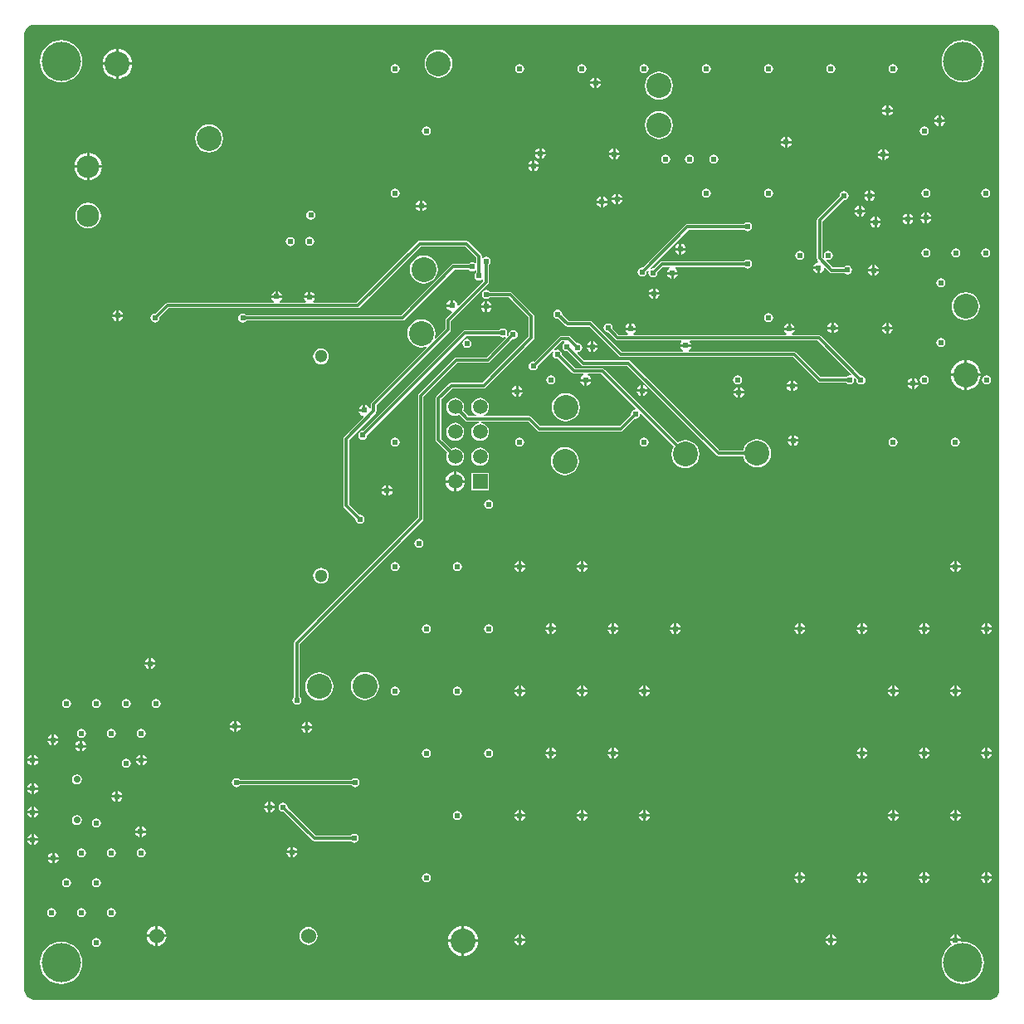
<source format=gbl>
G04*
G04 #@! TF.GenerationSoftware,Altium Limited,Altium Designer,20.1.8 (145)*
G04*
G04 Layer_Physical_Order=4*
G04 Layer_Color=16711680*
%FSAX25Y25*%
%MOIN*%
G70*
G04*
G04 #@! TF.SameCoordinates,89318993-7189-4E3E-A0A4-2F758258B478*
G04*
G04*
G04 #@! TF.FilePolarity,Positive*
G04*
G01*
G75*
%ADD97C,0.01200*%
%ADD99C,0.09055*%
%ADD100C,0.05118*%
%ADD101R,0.05906X0.05906*%
%ADD102C,0.05906*%
%ADD103C,0.02756*%
%ADD104C,0.10000*%
%ADD105C,0.06000*%
%ADD106C,0.15748*%
%ADD107C,0.02400*%
G36*
X0389862Y0392528D02*
X0390586Y0392228D01*
X0391238Y0391793D01*
X0391793Y0391238D01*
X0392228Y0390586D01*
X0392528Y0389862D01*
X0392681Y0389093D01*
Y0388701D01*
Y0005000D01*
Y0004608D01*
X0392528Y0003839D01*
X0392228Y0003115D01*
X0391793Y0002463D01*
X0391238Y0001908D01*
X0390586Y0001473D01*
X0389862Y0001173D01*
X0389093Y0001020D01*
X0004608D01*
X0003839Y0001173D01*
X0003115Y0001473D01*
X0002463Y0001908D01*
X0001908Y0002463D01*
X0001473Y0003115D01*
X0001173Y0003839D01*
X0001020Y0004608D01*
Y0005000D01*
Y0388701D01*
Y0389093D01*
X0001173Y0389862D01*
X0001473Y0390586D01*
X0001908Y0391238D01*
X0002463Y0391793D01*
X0003115Y0392228D01*
X0003839Y0392528D01*
X0004608Y0392681D01*
X0389093D01*
X0389862Y0392528D01*
D02*
G37*
%LPC*%
G36*
X0038886Y0382948D02*
Y0377468D01*
X0044366D01*
X0044299Y0378145D01*
X0043956Y0379276D01*
X0043399Y0380318D01*
X0042649Y0381232D01*
X0041735Y0381981D01*
X0040693Y0382539D01*
X0039562Y0382882D01*
X0038886Y0382948D01*
D02*
G37*
G36*
X0037886D02*
X0037210Y0382882D01*
X0036079Y0382539D01*
X0035036Y0381981D01*
X0034123Y0381232D01*
X0033373Y0380318D01*
X0032816Y0379276D01*
X0032473Y0378145D01*
X0032406Y0377468D01*
X0037886D01*
Y0382948D01*
D02*
G37*
G36*
X0350000Y0376835D02*
X0349298Y0376696D01*
X0348702Y0376298D01*
X0348304Y0375702D01*
X0348165Y0375000D01*
X0348304Y0374298D01*
X0348702Y0373702D01*
X0349298Y0373304D01*
X0350000Y0373165D01*
X0350702Y0373304D01*
X0351298Y0373702D01*
X0351696Y0374298D01*
X0351835Y0375000D01*
X0351696Y0375702D01*
X0351298Y0376298D01*
X0350702Y0376696D01*
X0350000Y0376835D01*
D02*
G37*
G36*
X0325000D02*
X0324298Y0376696D01*
X0323702Y0376298D01*
X0323304Y0375702D01*
X0323165Y0375000D01*
X0323304Y0374298D01*
X0323702Y0373702D01*
X0324298Y0373304D01*
X0325000Y0373165D01*
X0325702Y0373304D01*
X0326298Y0373702D01*
X0326696Y0374298D01*
X0326835Y0375000D01*
X0326696Y0375702D01*
X0326298Y0376298D01*
X0325702Y0376696D01*
X0325000Y0376835D01*
D02*
G37*
G36*
X0300000D02*
X0299298Y0376696D01*
X0298702Y0376298D01*
X0298304Y0375702D01*
X0298165Y0375000D01*
X0298304Y0374298D01*
X0298702Y0373702D01*
X0299298Y0373304D01*
X0300000Y0373165D01*
X0300702Y0373304D01*
X0301298Y0373702D01*
X0301696Y0374298D01*
X0301835Y0375000D01*
X0301696Y0375702D01*
X0301298Y0376298D01*
X0300702Y0376696D01*
X0300000Y0376835D01*
D02*
G37*
G36*
X0275000D02*
X0274298Y0376696D01*
X0273702Y0376298D01*
X0273304Y0375702D01*
X0273165Y0375000D01*
X0273304Y0374298D01*
X0273702Y0373702D01*
X0274298Y0373304D01*
X0275000Y0373165D01*
X0275702Y0373304D01*
X0276298Y0373702D01*
X0276696Y0374298D01*
X0276835Y0375000D01*
X0276696Y0375702D01*
X0276298Y0376298D01*
X0275702Y0376696D01*
X0275000Y0376835D01*
D02*
G37*
G36*
X0250000D02*
X0249298Y0376696D01*
X0248702Y0376298D01*
X0248304Y0375702D01*
X0248165Y0375000D01*
X0248304Y0374298D01*
X0248702Y0373702D01*
X0249298Y0373304D01*
X0250000Y0373165D01*
X0250702Y0373304D01*
X0251298Y0373702D01*
X0251696Y0374298D01*
X0251835Y0375000D01*
X0251696Y0375702D01*
X0251298Y0376298D01*
X0250702Y0376696D01*
X0250000Y0376835D01*
D02*
G37*
G36*
X0225000D02*
X0224298Y0376696D01*
X0223702Y0376298D01*
X0223304Y0375702D01*
X0223165Y0375000D01*
X0223304Y0374298D01*
X0223702Y0373702D01*
X0224298Y0373304D01*
X0225000Y0373165D01*
X0225702Y0373304D01*
X0226298Y0373702D01*
X0226696Y0374298D01*
X0226835Y0375000D01*
X0226696Y0375702D01*
X0226298Y0376298D01*
X0225702Y0376696D01*
X0225000Y0376835D01*
D02*
G37*
G36*
X0200000D02*
X0199298Y0376696D01*
X0198702Y0376298D01*
X0198304Y0375702D01*
X0198165Y0375000D01*
X0198304Y0374298D01*
X0198702Y0373702D01*
X0199298Y0373304D01*
X0200000Y0373165D01*
X0200702Y0373304D01*
X0201298Y0373702D01*
X0201696Y0374298D01*
X0201835Y0375000D01*
X0201696Y0375702D01*
X0201298Y0376298D01*
X0200702Y0376696D01*
X0200000Y0376835D01*
D02*
G37*
G36*
X0150000D02*
X0149298Y0376696D01*
X0148702Y0376298D01*
X0148304Y0375702D01*
X0148165Y0375000D01*
X0148304Y0374298D01*
X0148702Y0373702D01*
X0149298Y0373304D01*
X0150000Y0373165D01*
X0150702Y0373304D01*
X0151298Y0373702D01*
X0151696Y0374298D01*
X0151835Y0375000D01*
X0151696Y0375702D01*
X0151298Y0376298D01*
X0150702Y0376696D01*
X0150000Y0376835D01*
D02*
G37*
G36*
X0167386Y0382617D02*
X0165924Y0382424D01*
X0164562Y0381860D01*
X0163392Y0380962D01*
X0162494Y0379793D01*
X0161930Y0378430D01*
X0161738Y0376969D01*
X0161930Y0375507D01*
X0162494Y0374144D01*
X0163392Y0372974D01*
X0164562Y0372077D01*
X0165924Y0371513D01*
X0167386Y0371320D01*
X0168848Y0371513D01*
X0170210Y0372077D01*
X0171380Y0372974D01*
X0172277Y0374144D01*
X0172842Y0375507D01*
X0173034Y0376969D01*
X0172842Y0378430D01*
X0172277Y0379793D01*
X0171380Y0380962D01*
X0170210Y0381860D01*
X0168848Y0382424D01*
X0167386Y0382617D01*
D02*
G37*
G36*
X0044366Y0376468D02*
X0038886D01*
Y0370989D01*
X0039562Y0371055D01*
X0040693Y0371398D01*
X0041735Y0371955D01*
X0042649Y0372705D01*
X0043399Y0373619D01*
X0043956Y0374661D01*
X0044299Y0375792D01*
X0044366Y0376468D01*
D02*
G37*
G36*
X0037886D02*
X0032406D01*
X0032473Y0375792D01*
X0032816Y0374661D01*
X0033373Y0373619D01*
X0034123Y0372705D01*
X0035036Y0371955D01*
X0036079Y0371398D01*
X0037210Y0371055D01*
X0037886Y0370989D01*
Y0376468D01*
D02*
G37*
G36*
X0230965Y0371455D02*
Y0369811D01*
X0232608D01*
X0232537Y0370169D01*
X0232051Y0370897D01*
X0231323Y0371383D01*
X0230965Y0371455D01*
D02*
G37*
G36*
X0229965D02*
X0229606Y0371383D01*
X0228878Y0370897D01*
X0228392Y0370169D01*
X0228321Y0369811D01*
X0229965D01*
Y0371455D01*
D02*
G37*
G36*
X0377953Y0386468D02*
X0376292Y0386304D01*
X0374694Y0385820D01*
X0373222Y0385033D01*
X0371932Y0383974D01*
X0370873Y0382683D01*
X0370086Y0381211D01*
X0369601Y0379614D01*
X0369438Y0377953D01*
X0369601Y0376292D01*
X0370086Y0374694D01*
X0370873Y0373222D01*
X0371932Y0371932D01*
X0373222Y0370873D01*
X0374694Y0370086D01*
X0376292Y0369601D01*
X0377953Y0369438D01*
X0379614Y0369601D01*
X0381211Y0370086D01*
X0382683Y0370873D01*
X0383974Y0371932D01*
X0385033Y0373222D01*
X0385820Y0374694D01*
X0386304Y0376292D01*
X0386468Y0377953D01*
X0386304Y0379614D01*
X0385820Y0381211D01*
X0385033Y0382683D01*
X0383974Y0383974D01*
X0382683Y0385033D01*
X0381211Y0385820D01*
X0379614Y0386304D01*
X0377953Y0386468D01*
D02*
G37*
G36*
X0015748D02*
X0014087Y0386304D01*
X0012489Y0385820D01*
X0011017Y0385033D01*
X0009727Y0383974D01*
X0008668Y0382683D01*
X0007881Y0381211D01*
X0007397Y0379614D01*
X0007233Y0377953D01*
X0007397Y0376292D01*
X0007881Y0374694D01*
X0008668Y0373222D01*
X0009727Y0371932D01*
X0011017Y0370873D01*
X0012489Y0370086D01*
X0014087Y0369601D01*
X0015748Y0369438D01*
X0017409Y0369601D01*
X0019007Y0370086D01*
X0020479Y0370873D01*
X0021769Y0371932D01*
X0022828Y0373222D01*
X0023615Y0374694D01*
X0024099Y0376292D01*
X0024263Y0377953D01*
X0024099Y0379614D01*
X0023615Y0381211D01*
X0022828Y0382683D01*
X0021769Y0383974D01*
X0020479Y0385033D01*
X0019007Y0385820D01*
X0017409Y0386304D01*
X0015748Y0386468D01*
D02*
G37*
G36*
X0232608Y0368811D02*
X0230965D01*
Y0367167D01*
X0231323Y0367239D01*
X0232051Y0367725D01*
X0232537Y0368453D01*
X0232608Y0368811D01*
D02*
G37*
G36*
X0229965D02*
X0228321D01*
X0228392Y0368453D01*
X0228878Y0367725D01*
X0229606Y0367239D01*
X0229965Y0367167D01*
Y0368811D01*
D02*
G37*
G36*
X0255906Y0373759D02*
X0254444Y0373566D01*
X0253081Y0373002D01*
X0251911Y0372104D01*
X0251014Y0370934D01*
X0250450Y0369572D01*
X0250257Y0368110D01*
X0250450Y0366648D01*
X0251014Y0365286D01*
X0251911Y0364116D01*
X0253081Y0363219D01*
X0254444Y0362654D01*
X0255906Y0362462D01*
X0257367Y0362654D01*
X0258730Y0363219D01*
X0259899Y0364116D01*
X0260797Y0365286D01*
X0261361Y0366648D01*
X0261554Y0368110D01*
X0261361Y0369572D01*
X0260797Y0370934D01*
X0259899Y0372104D01*
X0258730Y0373002D01*
X0257367Y0373566D01*
X0255906Y0373759D01*
D02*
G37*
G36*
X0348279Y0360349D02*
Y0358705D01*
X0349922D01*
X0349851Y0359064D01*
X0349365Y0359791D01*
X0348637Y0360277D01*
X0348279Y0360349D01*
D02*
G37*
G36*
X0347279D02*
X0346920Y0360277D01*
X0346193Y0359791D01*
X0345706Y0359064D01*
X0345635Y0358705D01*
X0347279D01*
Y0360349D01*
D02*
G37*
G36*
X0349922Y0357705D02*
X0348279D01*
Y0356062D01*
X0348637Y0356133D01*
X0349365Y0356619D01*
X0349851Y0357347D01*
X0349922Y0357705D01*
D02*
G37*
G36*
X0347279D02*
X0345635D01*
X0345706Y0357347D01*
X0346193Y0356619D01*
X0346920Y0356133D01*
X0347279Y0356062D01*
Y0357705D01*
D02*
G37*
G36*
X0369145Y0356215D02*
Y0354571D01*
X0370788D01*
X0370717Y0354930D01*
X0370231Y0355657D01*
X0369503Y0356144D01*
X0369145Y0356215D01*
D02*
G37*
G36*
X0368145D02*
X0367786Y0356144D01*
X0367059Y0355657D01*
X0366572Y0354930D01*
X0366501Y0354571D01*
X0368145D01*
Y0356215D01*
D02*
G37*
G36*
X0370788Y0353571D02*
X0369145D01*
Y0351928D01*
X0369503Y0351999D01*
X0370231Y0352485D01*
X0370717Y0353213D01*
X0370788Y0353571D01*
D02*
G37*
G36*
X0368145D02*
X0366501D01*
X0366572Y0353213D01*
X0367059Y0352485D01*
X0367786Y0351999D01*
X0368145Y0351928D01*
Y0353571D01*
D02*
G37*
G36*
X0362500Y0351835D02*
X0361798Y0351696D01*
X0361202Y0351298D01*
X0360804Y0350702D01*
X0360665Y0350000D01*
X0360804Y0349298D01*
X0361202Y0348702D01*
X0361798Y0348304D01*
X0362500Y0348165D01*
X0363202Y0348304D01*
X0363798Y0348702D01*
X0364196Y0349298D01*
X0364335Y0350000D01*
X0364196Y0350702D01*
X0363798Y0351298D01*
X0363202Y0351696D01*
X0362500Y0351835D01*
D02*
G37*
G36*
X0162500D02*
X0161798Y0351696D01*
X0161202Y0351298D01*
X0160804Y0350702D01*
X0160665Y0350000D01*
X0160804Y0349298D01*
X0161202Y0348702D01*
X0161798Y0348304D01*
X0162500Y0348165D01*
X0163202Y0348304D01*
X0163798Y0348702D01*
X0164196Y0349298D01*
X0164335Y0350000D01*
X0164196Y0350702D01*
X0163798Y0351298D01*
X0163202Y0351696D01*
X0162500Y0351835D01*
D02*
G37*
G36*
X0255906Y0358011D02*
X0254444Y0357818D01*
X0253081Y0357254D01*
X0251911Y0356356D01*
X0251014Y0355186D01*
X0250450Y0353824D01*
X0250257Y0352362D01*
X0250450Y0350900D01*
X0251014Y0349538D01*
X0251911Y0348368D01*
X0253081Y0347471D01*
X0254444Y0346906D01*
X0255906Y0346714D01*
X0257367Y0346906D01*
X0258730Y0347471D01*
X0259899Y0348368D01*
X0260797Y0349538D01*
X0261361Y0350900D01*
X0261554Y0352362D01*
X0261361Y0353824D01*
X0260797Y0355186D01*
X0259899Y0356356D01*
X0258730Y0357254D01*
X0257367Y0357818D01*
X0255906Y0358011D01*
D02*
G37*
G36*
X0307550Y0347620D02*
Y0345977D01*
X0309194D01*
X0309123Y0346335D01*
X0308636Y0347063D01*
X0307909Y0347549D01*
X0307550Y0347620D01*
D02*
G37*
G36*
X0306550D02*
X0306192Y0347549D01*
X0305464Y0347063D01*
X0304978Y0346335D01*
X0304907Y0345977D01*
X0306550D01*
Y0347620D01*
D02*
G37*
G36*
X0309194Y0344977D02*
X0307550D01*
Y0343333D01*
X0307909Y0343404D01*
X0308636Y0343891D01*
X0309123Y0344618D01*
X0309194Y0344977D01*
D02*
G37*
G36*
X0306550D02*
X0304907D01*
X0304978Y0344618D01*
X0305464Y0343891D01*
X0306192Y0343404D01*
X0306550Y0343333D01*
Y0344977D01*
D02*
G37*
G36*
X0208768Y0343089D02*
Y0341445D01*
X0210411D01*
X0210340Y0341803D01*
X0209854Y0342531D01*
X0209126Y0343017D01*
X0208768Y0343089D01*
D02*
G37*
G36*
X0207768D02*
X0207409Y0343017D01*
X0206682Y0342531D01*
X0206195Y0341803D01*
X0206124Y0341445D01*
X0207768D01*
Y0343089D01*
D02*
G37*
G36*
X0075197Y0352597D02*
X0073735Y0352405D01*
X0072373Y0351840D01*
X0071203Y0350943D01*
X0070305Y0349773D01*
X0069741Y0348411D01*
X0069548Y0346949D01*
X0069741Y0345487D01*
X0070305Y0344125D01*
X0071203Y0342955D01*
X0072373Y0342057D01*
X0073735Y0341493D01*
X0075197Y0341301D01*
X0076659Y0341493D01*
X0078021Y0342057D01*
X0079191Y0342955D01*
X0080088Y0344125D01*
X0080653Y0345487D01*
X0080845Y0346949D01*
X0080653Y0348411D01*
X0080088Y0349773D01*
X0079191Y0350943D01*
X0078021Y0351840D01*
X0076659Y0352405D01*
X0075197Y0352597D01*
D02*
G37*
G36*
X0238448Y0342848D02*
Y0341204D01*
X0240092D01*
X0240021Y0341563D01*
X0239534Y0342290D01*
X0238807Y0342777D01*
X0238448Y0342848D01*
D02*
G37*
G36*
X0237448D02*
X0237090Y0342777D01*
X0236362Y0342290D01*
X0235876Y0341563D01*
X0235805Y0341204D01*
X0237448D01*
Y0342848D01*
D02*
G37*
G36*
X0346550Y0342620D02*
Y0340977D01*
X0348194D01*
X0348123Y0341335D01*
X0347636Y0342063D01*
X0346909Y0342549D01*
X0346550Y0342620D01*
D02*
G37*
G36*
X0345550D02*
X0345192Y0342549D01*
X0344464Y0342063D01*
X0343978Y0341335D01*
X0343907Y0340977D01*
X0345550D01*
Y0342620D01*
D02*
G37*
G36*
X0210411Y0340445D02*
X0208768D01*
Y0338801D01*
X0209126Y0338873D01*
X0209854Y0339359D01*
X0210340Y0340087D01*
X0210411Y0340445D01*
D02*
G37*
G36*
X0207768D02*
X0206124D01*
X0206195Y0340087D01*
X0206682Y0339359D01*
X0207409Y0338873D01*
X0207768Y0338801D01*
Y0340445D01*
D02*
G37*
G36*
X0240092Y0340204D02*
X0238448D01*
Y0338561D01*
X0238807Y0338632D01*
X0239534Y0339118D01*
X0240021Y0339846D01*
X0240092Y0340204D01*
D02*
G37*
G36*
X0237448D02*
X0235805D01*
X0235876Y0339846D01*
X0236362Y0339118D01*
X0237090Y0338632D01*
X0237448Y0338561D01*
Y0340204D01*
D02*
G37*
G36*
X0348194Y0339977D02*
X0346550D01*
Y0338333D01*
X0346909Y0338404D01*
X0347636Y0338891D01*
X0348123Y0339618D01*
X0348194Y0339977D01*
D02*
G37*
G36*
X0345550D02*
X0343907D01*
X0343978Y0339618D01*
X0344464Y0338891D01*
X0345192Y0338404D01*
X0345550Y0338333D01*
Y0339977D01*
D02*
G37*
G36*
X0268126Y0340418D02*
X0267423Y0340278D01*
X0266828Y0339880D01*
X0266430Y0339285D01*
X0266290Y0338583D01*
X0266430Y0337880D01*
X0266828Y0337285D01*
X0267423Y0336887D01*
X0268126Y0336747D01*
X0268828Y0336887D01*
X0269423Y0337285D01*
X0269821Y0337880D01*
X0269961Y0338583D01*
X0269821Y0339285D01*
X0269423Y0339880D01*
X0268828Y0340278D01*
X0268126Y0340418D01*
D02*
G37*
G36*
X0258677D02*
X0257975Y0340278D01*
X0257379Y0339880D01*
X0256981Y0339285D01*
X0256842Y0338583D01*
X0256981Y0337880D01*
X0257379Y0337285D01*
X0257975Y0336887D01*
X0258677Y0336747D01*
X0259379Y0336887D01*
X0259975Y0337285D01*
X0260372Y0337880D01*
X0260512Y0338583D01*
X0260372Y0339285D01*
X0259975Y0339880D01*
X0259379Y0340278D01*
X0258677Y0340418D01*
D02*
G37*
G36*
X0277953Y0340411D02*
X0277250Y0340271D01*
X0276655Y0339874D01*
X0276257Y0339278D01*
X0276117Y0338576D01*
X0276257Y0337874D01*
X0276655Y0337278D01*
X0277250Y0336880D01*
X0277953Y0336741D01*
X0278655Y0336880D01*
X0279250Y0337278D01*
X0279648Y0337874D01*
X0279788Y0338576D01*
X0279648Y0339278D01*
X0279250Y0339874D01*
X0278655Y0340271D01*
X0277953Y0340411D01*
D02*
G37*
G36*
X0206050Y0338120D02*
Y0336477D01*
X0207694D01*
X0207623Y0336835D01*
X0207136Y0337563D01*
X0206409Y0338049D01*
X0206050Y0338120D01*
D02*
G37*
G36*
X0205050D02*
X0204692Y0338049D01*
X0203964Y0337563D01*
X0203478Y0336835D01*
X0203407Y0336477D01*
X0205050D01*
Y0338120D01*
D02*
G37*
G36*
X0027075Y0341139D02*
Y0336130D01*
X0032084D01*
X0031960Y0337073D01*
X0031403Y0338418D01*
X0030517Y0339572D01*
X0029362Y0340458D01*
X0028018Y0341015D01*
X0027075Y0341139D01*
D02*
G37*
G36*
X0026075D02*
X0025132Y0341015D01*
X0023787Y0340458D01*
X0022633Y0339572D01*
X0021746Y0338418D01*
X0021190Y0337073D01*
X0021065Y0336130D01*
X0026075D01*
Y0341139D01*
D02*
G37*
G36*
X0207694Y0335477D02*
X0206050D01*
Y0333833D01*
X0206409Y0333904D01*
X0207136Y0334391D01*
X0207623Y0335118D01*
X0207694Y0335477D01*
D02*
G37*
G36*
X0205050D02*
X0203407D01*
X0203478Y0335118D01*
X0203964Y0334391D01*
X0204692Y0333904D01*
X0205050Y0333833D01*
Y0335477D01*
D02*
G37*
G36*
X0032084Y0335130D02*
X0027075D01*
Y0330120D01*
X0028018Y0330245D01*
X0029362Y0330802D01*
X0030517Y0331688D01*
X0031403Y0332842D01*
X0031960Y0334187D01*
X0032084Y0335130D01*
D02*
G37*
G36*
X0026075D02*
X0021065D01*
X0021190Y0334187D01*
X0021746Y0332842D01*
X0022633Y0331688D01*
X0023787Y0330802D01*
X0025132Y0330245D01*
X0026075Y0330120D01*
Y0335130D01*
D02*
G37*
G36*
X0341050Y0326120D02*
Y0324477D01*
X0342694D01*
X0342623Y0324835D01*
X0342136Y0325563D01*
X0341409Y0326049D01*
X0341050Y0326120D01*
D02*
G37*
G36*
X0340050D02*
X0339692Y0326049D01*
X0338964Y0325563D01*
X0338478Y0324835D01*
X0338407Y0324477D01*
X0340050D01*
Y0326120D01*
D02*
G37*
G36*
X0300000Y0326835D02*
X0299298Y0326696D01*
X0298702Y0326298D01*
X0298304Y0325702D01*
X0298165Y0325000D01*
X0298304Y0324298D01*
X0298702Y0323702D01*
X0299298Y0323304D01*
X0300000Y0323165D01*
X0300702Y0323304D01*
X0301298Y0323702D01*
X0301696Y0324298D01*
X0301835Y0325000D01*
X0301696Y0325702D01*
X0301298Y0326298D01*
X0300702Y0326696D01*
X0300000Y0326835D01*
D02*
G37*
G36*
X0275000D02*
X0274298Y0326696D01*
X0273702Y0326298D01*
X0273304Y0325702D01*
X0273165Y0325000D01*
X0273304Y0324298D01*
X0273702Y0323702D01*
X0274298Y0323304D01*
X0275000Y0323165D01*
X0275702Y0323304D01*
X0276298Y0323702D01*
X0276696Y0324298D01*
X0276835Y0325000D01*
X0276696Y0325702D01*
X0276298Y0326298D01*
X0275702Y0326696D01*
X0275000Y0326835D01*
D02*
G37*
G36*
X0150000D02*
X0149298Y0326696D01*
X0148702Y0326298D01*
X0148304Y0325702D01*
X0148165Y0325000D01*
X0148304Y0324298D01*
X0148702Y0323702D01*
X0149298Y0323304D01*
X0150000Y0323165D01*
X0150702Y0323304D01*
X0151298Y0323702D01*
X0151696Y0324298D01*
X0151835Y0325000D01*
X0151696Y0325702D01*
X0151298Y0326298D01*
X0150702Y0326696D01*
X0150000Y0326835D01*
D02*
G37*
G36*
X0239629Y0324738D02*
Y0323094D01*
X0241273D01*
X0241202Y0323452D01*
X0240716Y0324180D01*
X0239988Y0324666D01*
X0239629Y0324738D01*
D02*
G37*
G36*
X0238629D02*
X0238271Y0324666D01*
X0237543Y0324180D01*
X0237057Y0323452D01*
X0236986Y0323094D01*
X0238629D01*
Y0324738D01*
D02*
G37*
G36*
X0387187Y0326737D02*
X0386485Y0326597D01*
X0385890Y0326200D01*
X0385492Y0325604D01*
X0385352Y0324902D01*
X0385492Y0324200D01*
X0385890Y0323604D01*
X0386485Y0323206D01*
X0387187Y0323066D01*
X0387890Y0323206D01*
X0388485Y0323604D01*
X0388883Y0324200D01*
X0389023Y0324902D01*
X0388883Y0325604D01*
X0388485Y0326200D01*
X0387890Y0326597D01*
X0387187Y0326737D01*
D02*
G37*
G36*
X0363187D02*
X0362485Y0326597D01*
X0361890Y0326200D01*
X0361492Y0325604D01*
X0361352Y0324902D01*
X0361492Y0324200D01*
X0361890Y0323604D01*
X0362485Y0323206D01*
X0363187Y0323066D01*
X0363890Y0323206D01*
X0364485Y0323604D01*
X0364883Y0324200D01*
X0365023Y0324902D01*
X0364883Y0325604D01*
X0364485Y0326200D01*
X0363890Y0326597D01*
X0363187Y0326737D01*
D02*
G37*
G36*
X0330315Y0325851D02*
X0329613Y0325711D01*
X0329017Y0325313D01*
X0328619Y0324718D01*
X0328480Y0324016D01*
X0328521Y0323808D01*
X0319679Y0314966D01*
X0319436Y0314602D01*
X0319351Y0314173D01*
X0319351Y0314173D01*
Y0298819D01*
X0319351Y0298819D01*
X0319436Y0298390D01*
X0319679Y0298026D01*
X0320005Y0297700D01*
X0319823Y0297175D01*
X0319192Y0297049D01*
X0318464Y0296563D01*
X0317978Y0295835D01*
X0317907Y0295477D01*
X0320050D01*
Y0294977D01*
X0320550D01*
Y0292833D01*
X0320909Y0292904D01*
X0321636Y0293391D01*
X0322123Y0294118D01*
X0322248Y0294750D01*
X0322773Y0294932D01*
X0324533Y0293173D01*
X0324533Y0293173D01*
X0324897Y0292929D01*
X0325326Y0292844D01*
X0325326Y0292844D01*
X0330364D01*
X0330395Y0292797D01*
X0330991Y0292399D01*
X0331693Y0292259D01*
X0332395Y0292399D01*
X0332991Y0292797D01*
X0333388Y0293392D01*
X0333528Y0294094D01*
X0333388Y0294797D01*
X0332991Y0295392D01*
X0332395Y0295790D01*
X0331693Y0295930D01*
X0330991Y0295790D01*
X0330395Y0295392D01*
X0330191Y0295087D01*
X0325790D01*
X0322894Y0297983D01*
X0323213Y0298372D01*
X0323313Y0298304D01*
X0324016Y0298165D01*
X0324718Y0298304D01*
X0325313Y0298702D01*
X0325711Y0299298D01*
X0325851Y0300000D01*
X0325711Y0300702D01*
X0325313Y0301298D01*
X0324718Y0301696D01*
X0324016Y0301835D01*
X0323313Y0301696D01*
X0322718Y0301298D01*
X0322320Y0300702D01*
X0322181Y0300000D01*
X0322320Y0299298D01*
X0322387Y0299197D01*
X0321999Y0298879D01*
X0321594Y0299284D01*
Y0313709D01*
X0330107Y0322222D01*
X0330315Y0322181D01*
X0331017Y0322320D01*
X0331613Y0322718D01*
X0332011Y0323313D01*
X0332150Y0324016D01*
X0332011Y0324718D01*
X0331613Y0325313D01*
X0331017Y0325711D01*
X0330315Y0325851D01*
D02*
G37*
G36*
X0233550Y0323620D02*
Y0321977D01*
X0235194D01*
X0235123Y0322335D01*
X0234636Y0323063D01*
X0233909Y0323549D01*
X0233550Y0323620D01*
D02*
G37*
G36*
X0232550D02*
X0232192Y0323549D01*
X0231464Y0323063D01*
X0230978Y0322335D01*
X0230907Y0321977D01*
X0232550D01*
Y0323620D01*
D02*
G37*
G36*
X0342694Y0323477D02*
X0341050D01*
Y0321833D01*
X0341409Y0321904D01*
X0342136Y0322391D01*
X0342623Y0323118D01*
X0342694Y0323477D01*
D02*
G37*
G36*
X0340050D02*
X0338407D01*
X0338478Y0323118D01*
X0338964Y0322391D01*
X0339692Y0321904D01*
X0340050Y0321833D01*
Y0323477D01*
D02*
G37*
G36*
X0241273Y0322094D02*
X0239629D01*
Y0320450D01*
X0239988Y0320522D01*
X0240716Y0321008D01*
X0241202Y0321736D01*
X0241273Y0322094D01*
D02*
G37*
G36*
X0238629D02*
X0236986D01*
X0237057Y0321736D01*
X0237543Y0321008D01*
X0238271Y0320522D01*
X0238629Y0320450D01*
Y0322094D01*
D02*
G37*
G36*
X0160933Y0322025D02*
Y0320382D01*
X0162577D01*
X0162505Y0320740D01*
X0162019Y0321468D01*
X0161292Y0321954D01*
X0160933Y0322025D01*
D02*
G37*
G36*
X0159933D02*
X0159575Y0321954D01*
X0158847Y0321468D01*
X0158361Y0320740D01*
X0158289Y0320382D01*
X0159933D01*
Y0322025D01*
D02*
G37*
G36*
X0235194Y0320977D02*
X0233550D01*
Y0319333D01*
X0233909Y0319404D01*
X0234636Y0319891D01*
X0235123Y0320618D01*
X0235194Y0320977D01*
D02*
G37*
G36*
X0232550D02*
X0230907D01*
X0230978Y0320618D01*
X0231464Y0319891D01*
X0232192Y0319404D01*
X0232550Y0319333D01*
Y0320977D01*
D02*
G37*
G36*
X0337114Y0319860D02*
Y0318216D01*
X0338758D01*
X0338686Y0318575D01*
X0338200Y0319303D01*
X0337473Y0319789D01*
X0337114Y0319860D01*
D02*
G37*
G36*
X0336114D02*
X0335756Y0319789D01*
X0335028Y0319303D01*
X0334542Y0318575D01*
X0334471Y0318216D01*
X0336114D01*
Y0319860D01*
D02*
G37*
G36*
X0162577Y0319382D02*
X0160933D01*
Y0317738D01*
X0161292Y0317810D01*
X0162019Y0318296D01*
X0162505Y0319023D01*
X0162577Y0319382D01*
D02*
G37*
G36*
X0159933D02*
X0158289D01*
X0158361Y0319023D01*
X0158847Y0318296D01*
X0159575Y0317810D01*
X0159933Y0317738D01*
Y0319382D01*
D02*
G37*
G36*
X0338758Y0317216D02*
X0337114D01*
Y0315573D01*
X0337473Y0315644D01*
X0338200Y0316130D01*
X0338686Y0316858D01*
X0338758Y0317216D01*
D02*
G37*
G36*
X0336114D02*
X0334471D01*
X0334542Y0316858D01*
X0335028Y0316130D01*
X0335756Y0315644D01*
X0336114Y0315573D01*
Y0317216D01*
D02*
G37*
G36*
X0363645Y0317215D02*
Y0315571D01*
X0365288D01*
X0365217Y0315930D01*
X0364731Y0316657D01*
X0364003Y0317144D01*
X0363645Y0317215D01*
D02*
G37*
G36*
X0362645D02*
X0362286Y0317144D01*
X0361559Y0316657D01*
X0361072Y0315930D01*
X0361001Y0315571D01*
X0362645D01*
Y0317215D01*
D02*
G37*
G36*
X0356405Y0316711D02*
Y0315067D01*
X0358049D01*
X0357978Y0315425D01*
X0357492Y0316153D01*
X0356764Y0316639D01*
X0356405Y0316711D01*
D02*
G37*
G36*
X0355405D02*
X0355047Y0316639D01*
X0354319Y0316153D01*
X0353833Y0315425D01*
X0353762Y0315067D01*
X0355405D01*
Y0316711D01*
D02*
G37*
G36*
X0116081Y0318038D02*
X0115379Y0317898D01*
X0114783Y0317500D01*
X0114385Y0316905D01*
X0114246Y0316203D01*
X0114385Y0315500D01*
X0114783Y0314905D01*
X0115379Y0314507D01*
X0116081Y0314367D01*
X0116783Y0314507D01*
X0117379Y0314905D01*
X0117776Y0315500D01*
X0117916Y0316203D01*
X0117776Y0316905D01*
X0117379Y0317500D01*
X0116783Y0317898D01*
X0116081Y0318038D01*
D02*
G37*
G36*
X0343413Y0315529D02*
Y0313886D01*
X0345057D01*
X0344986Y0314244D01*
X0344499Y0314972D01*
X0343772Y0315458D01*
X0343413Y0315529D01*
D02*
G37*
G36*
X0342413D02*
X0342055Y0315458D01*
X0341327Y0314972D01*
X0340841Y0314244D01*
X0340770Y0313886D01*
X0342413D01*
Y0315529D01*
D02*
G37*
G36*
X0365288Y0314571D02*
X0363645D01*
Y0312928D01*
X0364003Y0312999D01*
X0364731Y0313485D01*
X0365217Y0314213D01*
X0365288Y0314571D01*
D02*
G37*
G36*
X0362645D02*
X0361001D01*
X0361072Y0314213D01*
X0361559Y0313485D01*
X0362286Y0312999D01*
X0362645Y0312928D01*
Y0314571D01*
D02*
G37*
G36*
X0291550Y0313312D02*
X0290848Y0313172D01*
X0290252Y0312774D01*
X0290135Y0312598D01*
X0267382D01*
X0267382Y0312598D01*
X0266953Y0312513D01*
X0266589Y0312270D01*
X0266589Y0312270D01*
X0249420Y0295101D01*
X0249213Y0295142D01*
X0248510Y0295003D01*
X0247915Y0294605D01*
X0247517Y0294009D01*
X0247377Y0293307D01*
X0247517Y0292605D01*
X0247915Y0292009D01*
X0248510Y0291612D01*
X0249213Y0291472D01*
X0249915Y0291612D01*
X0250510Y0292009D01*
X0250908Y0292605D01*
X0251048Y0293307D01*
X0251007Y0293515D01*
X0251526Y0294035D01*
X0251915Y0293716D01*
X0251848Y0293616D01*
X0251708Y0292913D01*
X0251848Y0292211D01*
X0252246Y0291616D01*
X0252841Y0291218D01*
X0253543Y0291078D01*
X0254246Y0291218D01*
X0254841Y0291616D01*
X0255239Y0292211D01*
X0255379Y0292913D01*
X0255337Y0293121D01*
X0257571Y0295355D01*
X0260073D01*
X0260135Y0295271D01*
X0260017Y0294591D01*
X0259733Y0294401D01*
X0259246Y0293673D01*
X0259175Y0293315D01*
X0263462D01*
X0263391Y0293673D01*
X0262905Y0294401D01*
X0262621Y0294591D01*
X0262503Y0295271D01*
X0262565Y0295355D01*
X0290135D01*
X0290252Y0295179D01*
X0290848Y0294781D01*
X0291550Y0294641D01*
X0292253Y0294781D01*
X0292848Y0295179D01*
X0293246Y0295774D01*
X0293386Y0296477D01*
X0293246Y0297179D01*
X0292848Y0297775D01*
X0292253Y0298172D01*
X0291550Y0298312D01*
X0290848Y0298172D01*
X0290252Y0297775D01*
X0290135Y0297598D01*
X0257107D01*
X0257107Y0297598D01*
X0256678Y0297513D01*
X0256314Y0297270D01*
X0256314Y0297270D01*
X0253751Y0294707D01*
X0253543Y0294749D01*
X0252841Y0294609D01*
X0252741Y0294542D01*
X0252422Y0294930D01*
X0267847Y0310355D01*
X0290135D01*
X0290252Y0310179D01*
X0290848Y0309781D01*
X0291550Y0309642D01*
X0292253Y0309781D01*
X0292848Y0310179D01*
X0293246Y0310774D01*
X0293386Y0311477D01*
X0293246Y0312179D01*
X0292848Y0312774D01*
X0292253Y0313172D01*
X0291550Y0313312D01*
D02*
G37*
G36*
X0358049Y0314067D02*
X0356405D01*
Y0312423D01*
X0356764Y0312495D01*
X0357492Y0312981D01*
X0357978Y0313708D01*
X0358049Y0314067D01*
D02*
G37*
G36*
X0355405D02*
X0353762D01*
X0353833Y0313708D01*
X0354319Y0312981D01*
X0355047Y0312495D01*
X0355405Y0312423D01*
Y0314067D01*
D02*
G37*
G36*
X0345057Y0312886D02*
X0343413D01*
Y0311242D01*
X0343772Y0311314D01*
X0344499Y0311800D01*
X0344986Y0312527D01*
X0345057Y0312886D01*
D02*
G37*
G36*
X0342413D02*
X0340770D01*
X0340841Y0312527D01*
X0341327Y0311800D01*
X0342055Y0311314D01*
X0342413Y0311242D01*
Y0312886D01*
D02*
G37*
G36*
X0026575Y0321117D02*
X0025236Y0320940D01*
X0023989Y0320424D01*
X0022918Y0319602D01*
X0022096Y0318531D01*
X0021579Y0317283D01*
X0021403Y0315945D01*
X0021579Y0314606D01*
X0022096Y0313359D01*
X0022918Y0312288D01*
X0023989Y0311466D01*
X0025236Y0310949D01*
X0026575Y0310773D01*
X0027913Y0310949D01*
X0029161Y0311466D01*
X0030232Y0312288D01*
X0031054Y0313359D01*
X0031570Y0314606D01*
X0031747Y0315945D01*
X0031570Y0317283D01*
X0031054Y0318531D01*
X0030232Y0319602D01*
X0029161Y0320424D01*
X0027913Y0320940D01*
X0026575Y0321117D01*
D02*
G37*
G36*
X0178591Y0305846D02*
X0178591Y0305846D01*
X0159843D01*
X0159843Y0305846D01*
X0159413Y0305761D01*
X0159049Y0305518D01*
X0159049Y0305517D01*
X0134575Y0281043D01*
X0117060D01*
X0116908Y0281543D01*
X0117086Y0281662D01*
X0117572Y0282390D01*
X0117644Y0282748D01*
X0113356D01*
X0113428Y0282390D01*
X0113914Y0281662D01*
X0114092Y0281543D01*
X0113940Y0281043D01*
X0103598D01*
X0103446Y0281543D01*
X0103948Y0281878D01*
X0104435Y0282606D01*
X0104506Y0282965D01*
X0100219D01*
X0100290Y0282606D01*
X0100776Y0281878D01*
X0101278Y0281543D01*
X0101127Y0281043D01*
X0058583D01*
X0058583Y0281043D01*
X0058153Y0280957D01*
X0057790Y0280714D01*
X0057790Y0280714D01*
X0053708Y0276632D01*
X0053500Y0276674D01*
X0052798Y0276534D01*
X0052202Y0276136D01*
X0051804Y0275541D01*
X0051665Y0274838D01*
X0051804Y0274136D01*
X0052202Y0273541D01*
X0052798Y0273143D01*
X0053500Y0273003D01*
X0054202Y0273143D01*
X0054798Y0273541D01*
X0055196Y0274136D01*
X0055335Y0274838D01*
X0055294Y0275046D01*
X0059047Y0278800D01*
X0135039D01*
X0135039Y0278800D01*
X0135469Y0278885D01*
X0135832Y0279128D01*
X0160307Y0303603D01*
X0178126D01*
X0182512Y0299218D01*
Y0296977D01*
X0182328Y0296853D01*
X0182012Y0296755D01*
X0181502Y0297096D01*
X0180800Y0297235D01*
X0180098Y0297096D01*
X0179502Y0296698D01*
X0179385Y0296521D01*
X0173353D01*
X0173353Y0296522D01*
X0172924Y0296436D01*
X0172560Y0296193D01*
X0172560Y0296193D01*
X0152336Y0275970D01*
X0090161D01*
X0090043Y0276146D01*
X0089448Y0276544D01*
X0088746Y0276683D01*
X0088043Y0276544D01*
X0087448Y0276146D01*
X0087050Y0275550D01*
X0086910Y0274848D01*
X0087050Y0274146D01*
X0087448Y0273550D01*
X0088043Y0273152D01*
X0088746Y0273013D01*
X0089448Y0273152D01*
X0090043Y0273550D01*
X0090161Y0273727D01*
X0152801D01*
X0152801Y0273726D01*
X0153230Y0273812D01*
X0153594Y0274055D01*
X0173817Y0294279D01*
X0179385D01*
X0179502Y0294102D01*
X0180098Y0293704D01*
X0180800Y0293565D01*
X0181502Y0293704D01*
X0182012Y0294045D01*
X0182328Y0293947D01*
X0182512Y0293823D01*
Y0293167D01*
X0182335Y0293049D01*
X0181938Y0292454D01*
X0181798Y0291752D01*
X0181938Y0291049D01*
X0182335Y0290454D01*
X0182931Y0290056D01*
X0183633Y0289916D01*
X0184335Y0290056D01*
X0184808Y0290372D01*
X0185308Y0290187D01*
Y0289650D01*
X0175442Y0279784D01*
X0174958Y0280007D01*
X0174816Y0280720D01*
X0174330Y0281448D01*
X0173602Y0281934D01*
X0173243Y0282006D01*
Y0279862D01*
X0172743D01*
Y0279362D01*
X0170600D01*
X0170671Y0279004D01*
X0171157Y0278276D01*
X0171885Y0277790D01*
X0172599Y0277648D01*
X0172821Y0277164D01*
X0170467Y0274809D01*
X0170224Y0274445D01*
X0170138Y0274016D01*
X0170138Y0274016D01*
Y0270543D01*
X0166145Y0266550D01*
X0165721Y0266833D01*
X0165889Y0267239D01*
X0166081Y0268701D01*
X0165889Y0270163D01*
X0165325Y0271525D01*
X0164427Y0272695D01*
X0163257Y0273592D01*
X0161895Y0274157D01*
X0160433Y0274349D01*
X0158971Y0274157D01*
X0157609Y0273592D01*
X0156439Y0272695D01*
X0155542Y0271525D01*
X0154977Y0270163D01*
X0154785Y0268701D01*
X0154977Y0267239D01*
X0155542Y0265877D01*
X0156439Y0264707D01*
X0157609Y0263809D01*
X0158971Y0263245D01*
X0160433Y0263053D01*
X0161895Y0263245D01*
X0162301Y0263413D01*
X0162584Y0262989D01*
X0140545Y0240950D01*
X0140302Y0240587D01*
X0140217Y0240158D01*
X0140217Y0240157D01*
Y0238392D01*
X0140136Y0238334D01*
X0139583Y0238551D01*
X0139572Y0238606D01*
X0139086Y0239334D01*
X0138358Y0239820D01*
X0138000Y0239892D01*
Y0237748D01*
X0137500D01*
Y0237248D01*
X0135356D01*
X0135428Y0236890D01*
X0135914Y0236162D01*
X0136642Y0235676D01*
X0137207Y0235563D01*
X0137372Y0235021D01*
X0129522Y0227171D01*
X0129279Y0226807D01*
X0129193Y0226378D01*
X0129193Y0226378D01*
Y0199409D01*
X0129193Y0199409D01*
X0129279Y0198980D01*
X0129522Y0198616D01*
X0134033Y0194105D01*
X0133992Y0193898D01*
X0134131Y0193195D01*
X0134529Y0192600D01*
X0135125Y0192202D01*
X0135827Y0192062D01*
X0136529Y0192202D01*
X0137125Y0192600D01*
X0137522Y0193195D01*
X0137662Y0193898D01*
X0137522Y0194600D01*
X0137125Y0195195D01*
X0136529Y0195593D01*
X0135827Y0195733D01*
X0135619Y0195692D01*
X0131437Y0199874D01*
Y0225913D01*
X0142132Y0236609D01*
X0142132Y0236609D01*
X0142375Y0236972D01*
X0142460Y0237402D01*
Y0239693D01*
X0172053Y0269286D01*
X0172053Y0269286D01*
X0172296Y0269650D01*
X0172381Y0270079D01*
X0172381Y0270079D01*
Y0273551D01*
X0187222Y0288392D01*
X0187222Y0288392D01*
X0187466Y0288756D01*
X0187551Y0289185D01*
X0187551Y0289185D01*
Y0296222D01*
X0187727Y0296340D01*
X0188125Y0296936D01*
X0188265Y0297638D01*
X0188125Y0298340D01*
X0187727Y0298936D01*
X0187132Y0299333D01*
X0186429Y0299473D01*
X0185727Y0299333D01*
X0185255Y0299018D01*
X0184755Y0299203D01*
Y0299682D01*
X0184669Y0300112D01*
X0184426Y0300475D01*
X0184426Y0300475D01*
X0179384Y0305518D01*
X0179020Y0305761D01*
X0178591Y0305846D01*
D02*
G37*
G36*
X0115687Y0307408D02*
X0114985Y0307268D01*
X0114390Y0306870D01*
X0113992Y0306275D01*
X0113852Y0305573D01*
X0113992Y0304870D01*
X0114390Y0304275D01*
X0114985Y0303877D01*
X0115687Y0303737D01*
X0116390Y0303877D01*
X0116985Y0304275D01*
X0117383Y0304870D01*
X0117523Y0305573D01*
X0117383Y0306275D01*
X0116985Y0306870D01*
X0116390Y0307268D01*
X0115687Y0307408D01*
D02*
G37*
G36*
X0107874Y0307347D02*
X0107172Y0307207D01*
X0106576Y0306809D01*
X0106178Y0306214D01*
X0106039Y0305512D01*
X0106178Y0304809D01*
X0106576Y0304214D01*
X0107172Y0303816D01*
X0107874Y0303677D01*
X0108576Y0303816D01*
X0109172Y0304214D01*
X0109570Y0304809D01*
X0109709Y0305512D01*
X0109570Y0306214D01*
X0109172Y0306809D01*
X0108576Y0307207D01*
X0107874Y0307347D01*
D02*
G37*
G36*
X0265050Y0304620D02*
Y0302977D01*
X0266694D01*
X0266623Y0303335D01*
X0266136Y0304063D01*
X0265409Y0304549D01*
X0265050Y0304620D01*
D02*
G37*
G36*
X0264050D02*
X0263692Y0304549D01*
X0262964Y0304063D01*
X0262478Y0303335D01*
X0262407Y0302977D01*
X0264050D01*
Y0304620D01*
D02*
G37*
G36*
X0266694Y0301977D02*
X0265050D01*
Y0300333D01*
X0265409Y0300404D01*
X0266136Y0300891D01*
X0266623Y0301618D01*
X0266694Y0301977D01*
D02*
G37*
G36*
X0264050D02*
X0262407D01*
X0262478Y0301618D01*
X0262964Y0300891D01*
X0263692Y0300404D01*
X0264050Y0300333D01*
Y0301977D01*
D02*
G37*
G36*
X0387187Y0302737D02*
X0386485Y0302597D01*
X0385890Y0302200D01*
X0385492Y0301604D01*
X0385352Y0300902D01*
X0385492Y0300200D01*
X0385890Y0299604D01*
X0386485Y0299206D01*
X0387187Y0299066D01*
X0387890Y0299206D01*
X0388485Y0299604D01*
X0388883Y0300200D01*
X0389023Y0300902D01*
X0388883Y0301604D01*
X0388485Y0302200D01*
X0387890Y0302597D01*
X0387187Y0302737D01*
D02*
G37*
G36*
X0375187D02*
X0374485Y0302597D01*
X0373890Y0302200D01*
X0373492Y0301604D01*
X0373352Y0300902D01*
X0373492Y0300200D01*
X0373890Y0299604D01*
X0374485Y0299206D01*
X0375187Y0299066D01*
X0375890Y0299206D01*
X0376485Y0299604D01*
X0376883Y0300200D01*
X0377023Y0300902D01*
X0376883Y0301604D01*
X0376485Y0302200D01*
X0375890Y0302597D01*
X0375187Y0302737D01*
D02*
G37*
G36*
X0363187D02*
X0362485Y0302597D01*
X0361890Y0302200D01*
X0361492Y0301604D01*
X0361352Y0300902D01*
X0361492Y0300200D01*
X0361890Y0299604D01*
X0362485Y0299206D01*
X0363187Y0299066D01*
X0363890Y0299206D01*
X0364485Y0299604D01*
X0364883Y0300200D01*
X0365023Y0300902D01*
X0364883Y0301604D01*
X0364485Y0302200D01*
X0363890Y0302597D01*
X0363187Y0302737D01*
D02*
G37*
G36*
X0312500Y0301835D02*
X0311798Y0301696D01*
X0311202Y0301298D01*
X0310804Y0300702D01*
X0310665Y0300000D01*
X0310804Y0299298D01*
X0311202Y0298702D01*
X0311798Y0298304D01*
X0312500Y0298165D01*
X0313202Y0298304D01*
X0313798Y0298702D01*
X0314196Y0299298D01*
X0314335Y0300000D01*
X0314196Y0300702D01*
X0313798Y0301298D01*
X0313202Y0301696D01*
X0312500Y0301835D01*
D02*
G37*
G36*
X0342573Y0296143D02*
Y0294500D01*
X0344217D01*
X0344146Y0294858D01*
X0343659Y0295586D01*
X0342932Y0296072D01*
X0342573Y0296143D01*
D02*
G37*
G36*
X0341573D02*
X0341215Y0296072D01*
X0340487Y0295586D01*
X0340001Y0294858D01*
X0339930Y0294500D01*
X0341573D01*
Y0296143D01*
D02*
G37*
G36*
X0319550Y0294477D02*
X0317907D01*
X0317978Y0294118D01*
X0318464Y0293391D01*
X0319192Y0292904D01*
X0319550Y0292833D01*
Y0294477D01*
D02*
G37*
G36*
X0344217Y0293500D02*
X0342573D01*
Y0291856D01*
X0342932Y0291927D01*
X0343659Y0292414D01*
X0344146Y0293141D01*
X0344217Y0293500D01*
D02*
G37*
G36*
X0341573D02*
X0339930D01*
X0340001Y0293141D01*
X0340487Y0292414D01*
X0341215Y0291927D01*
X0341573Y0291856D01*
Y0293500D01*
D02*
G37*
G36*
X0263462Y0292315D02*
X0261819D01*
Y0290671D01*
X0262177Y0290743D01*
X0262905Y0291229D01*
X0263391Y0291957D01*
X0263462Y0292315D01*
D02*
G37*
G36*
X0260819D02*
X0259175D01*
X0259246Y0291957D01*
X0259733Y0291229D01*
X0260460Y0290743D01*
X0260819Y0290671D01*
Y0292315D01*
D02*
G37*
G36*
X0161417Y0299940D02*
X0159955Y0299747D01*
X0158593Y0299183D01*
X0157423Y0298285D01*
X0156526Y0297115D01*
X0155962Y0295753D01*
X0155769Y0294291D01*
X0155962Y0292829D01*
X0156526Y0291467D01*
X0157423Y0290297D01*
X0158593Y0289400D01*
X0159955Y0288836D01*
X0161417Y0288643D01*
X0162879Y0288836D01*
X0164242Y0289400D01*
X0165411Y0290297D01*
X0166309Y0291467D01*
X0166873Y0292829D01*
X0167066Y0294291D01*
X0166873Y0295753D01*
X0166309Y0297115D01*
X0165411Y0298285D01*
X0164242Y0299183D01*
X0162879Y0299747D01*
X0161417Y0299940D01*
D02*
G37*
G36*
X0369187Y0290737D02*
X0368485Y0290597D01*
X0367890Y0290199D01*
X0367492Y0289604D01*
X0367352Y0288902D01*
X0367492Y0288199D01*
X0367890Y0287604D01*
X0368485Y0287206D01*
X0369187Y0287067D01*
X0369890Y0287206D01*
X0370485Y0287604D01*
X0370883Y0288199D01*
X0371023Y0288902D01*
X0370883Y0289604D01*
X0370485Y0290199D01*
X0369890Y0290597D01*
X0369187Y0290737D01*
D02*
G37*
G36*
X0254437Y0286789D02*
Y0285146D01*
X0256081D01*
X0256009Y0285504D01*
X0255523Y0286232D01*
X0254795Y0286718D01*
X0254437Y0286789D01*
D02*
G37*
G36*
X0253437D02*
X0253079Y0286718D01*
X0252351Y0286232D01*
X0251865Y0285504D01*
X0251793Y0285146D01*
X0253437D01*
Y0286789D01*
D02*
G37*
G36*
X0102862Y0285608D02*
Y0283965D01*
X0104506D01*
X0104435Y0284323D01*
X0103948Y0285051D01*
X0103221Y0285537D01*
X0102862Y0285608D01*
D02*
G37*
G36*
X0101862D02*
X0101504Y0285537D01*
X0100776Y0285051D01*
X0100290Y0284323D01*
X0100219Y0283965D01*
X0101862D01*
Y0285608D01*
D02*
G37*
G36*
X0116000Y0285392D02*
Y0283748D01*
X0117644D01*
X0117572Y0284106D01*
X0117086Y0284834D01*
X0116358Y0285320D01*
X0116000Y0285392D01*
D02*
G37*
G36*
X0115000D02*
X0114642Y0285320D01*
X0113914Y0284834D01*
X0113428Y0284106D01*
X0113356Y0283748D01*
X0115000D01*
Y0285392D01*
D02*
G37*
G36*
X0256081Y0284146D02*
X0254437D01*
Y0282502D01*
X0254795Y0282573D01*
X0255523Y0283060D01*
X0256009Y0283787D01*
X0256081Y0284146D01*
D02*
G37*
G36*
X0253437D02*
X0251793D01*
X0251865Y0283787D01*
X0252351Y0283060D01*
X0253079Y0282573D01*
X0253437Y0282502D01*
Y0284146D01*
D02*
G37*
G36*
X0172243Y0282006D02*
X0171885Y0281934D01*
X0171157Y0281448D01*
X0170671Y0280720D01*
X0170600Y0280362D01*
X0172243D01*
Y0282006D01*
D02*
G37*
G36*
X0187039Y0281596D02*
Y0279952D01*
X0188683D01*
X0188611Y0280311D01*
X0188125Y0281038D01*
X0187397Y0281525D01*
X0187039Y0281596D01*
D02*
G37*
G36*
X0186039D02*
X0185681Y0281525D01*
X0184953Y0281038D01*
X0184467Y0280311D01*
X0184395Y0279952D01*
X0186039D01*
Y0281596D01*
D02*
G37*
G36*
X0188683Y0278952D02*
X0187039D01*
Y0277309D01*
X0187397Y0277380D01*
X0188125Y0277866D01*
X0188611Y0278594D01*
X0188683Y0278952D01*
D02*
G37*
G36*
X0186039D02*
X0184395D01*
X0184467Y0278594D01*
X0184953Y0277866D01*
X0185681Y0277380D01*
X0186039Y0277309D01*
Y0278952D01*
D02*
G37*
G36*
X0039000Y0277892D02*
Y0276248D01*
X0040644D01*
X0040572Y0276606D01*
X0040086Y0277334D01*
X0039358Y0277820D01*
X0039000Y0277892D01*
D02*
G37*
G36*
X0038000D02*
X0037642Y0277820D01*
X0036914Y0277334D01*
X0036428Y0276606D01*
X0036356Y0276248D01*
X0038000D01*
Y0277892D01*
D02*
G37*
G36*
X0379134Y0285176D02*
X0377672Y0284983D01*
X0376310Y0284419D01*
X0375140Y0283522D01*
X0374242Y0282352D01*
X0373678Y0280989D01*
X0373485Y0279528D01*
X0373678Y0278066D01*
X0374242Y0276703D01*
X0375140Y0275534D01*
X0376310Y0274636D01*
X0377672Y0274072D01*
X0379134Y0273879D01*
X0380596Y0274072D01*
X0381958Y0274636D01*
X0383128Y0275534D01*
X0384026Y0276703D01*
X0384590Y0278066D01*
X0384782Y0279528D01*
X0384590Y0280989D01*
X0384026Y0282352D01*
X0383128Y0283522D01*
X0381958Y0284419D01*
X0380596Y0284983D01*
X0379134Y0285176D01*
D02*
G37*
G36*
X0040644Y0275248D02*
X0039000D01*
Y0273604D01*
X0039358Y0273676D01*
X0040086Y0274162D01*
X0040572Y0274890D01*
X0040644Y0275248D01*
D02*
G37*
G36*
X0038000D02*
X0036356D01*
X0036428Y0274890D01*
X0036914Y0274162D01*
X0037642Y0273676D01*
X0038000Y0273604D01*
Y0275248D01*
D02*
G37*
G36*
X0300000Y0276835D02*
X0299298Y0276696D01*
X0298702Y0276298D01*
X0298304Y0275702D01*
X0298165Y0275000D01*
X0298304Y0274298D01*
X0298702Y0273702D01*
X0299298Y0273304D01*
X0300000Y0273165D01*
X0300702Y0273304D01*
X0301298Y0273702D01*
X0301696Y0274298D01*
X0301835Y0275000D01*
X0301696Y0275702D01*
X0301298Y0276298D01*
X0300702Y0276696D01*
X0300000Y0276835D01*
D02*
G37*
G36*
X0326250Y0273020D02*
Y0271377D01*
X0327894D01*
X0327823Y0271735D01*
X0327336Y0272463D01*
X0326609Y0272949D01*
X0326250Y0273020D01*
D02*
G37*
G36*
X0325250D02*
X0324892Y0272949D01*
X0324164Y0272463D01*
X0323678Y0271735D01*
X0323607Y0271377D01*
X0325250D01*
Y0273020D01*
D02*
G37*
G36*
X0348150Y0272820D02*
Y0271177D01*
X0349794D01*
X0349723Y0271535D01*
X0349236Y0272263D01*
X0348509Y0272749D01*
X0348150Y0272820D01*
D02*
G37*
G36*
X0347150D02*
X0346792Y0272749D01*
X0346064Y0272263D01*
X0345578Y0271535D01*
X0345507Y0271177D01*
X0347150D01*
Y0272820D01*
D02*
G37*
G36*
X0245050Y0272620D02*
Y0270977D01*
X0246694D01*
X0246623Y0271335D01*
X0246136Y0272063D01*
X0245409Y0272549D01*
X0245050Y0272620D01*
D02*
G37*
G36*
X0244050D02*
X0243692Y0272549D01*
X0242964Y0272063D01*
X0242478Y0271335D01*
X0242407Y0270977D01*
X0244050D01*
Y0272620D01*
D02*
G37*
G36*
X0308768Y0272616D02*
Y0270972D01*
X0310411D01*
X0310340Y0271331D01*
X0309854Y0272059D01*
X0309126Y0272545D01*
X0308768Y0272616D01*
D02*
G37*
G36*
X0307768D02*
X0307409Y0272545D01*
X0306682Y0272059D01*
X0306195Y0271331D01*
X0306124Y0270972D01*
X0307768D01*
Y0272616D01*
D02*
G37*
G36*
X0327894Y0270377D02*
X0326250D01*
Y0268733D01*
X0326609Y0268804D01*
X0327336Y0269291D01*
X0327823Y0270018D01*
X0327894Y0270377D01*
D02*
G37*
G36*
X0325250D02*
X0323607D01*
X0323678Y0270018D01*
X0324164Y0269291D01*
X0324892Y0268804D01*
X0325250Y0268733D01*
Y0270377D01*
D02*
G37*
G36*
X0349794Y0270177D02*
X0348150D01*
Y0268533D01*
X0348509Y0268604D01*
X0349236Y0269091D01*
X0349723Y0269818D01*
X0349794Y0270177D01*
D02*
G37*
G36*
X0347150D02*
X0345507D01*
X0345578Y0269818D01*
X0346064Y0269091D01*
X0346792Y0268604D01*
X0347150Y0268533D01*
Y0270177D01*
D02*
G37*
G36*
X0193191Y0270616D02*
X0192488Y0270477D01*
X0191893Y0270079D01*
X0191775Y0269903D01*
X0178033D01*
X0177604Y0269817D01*
X0177240Y0269574D01*
X0177240Y0269574D01*
X0137208Y0229542D01*
X0137000Y0229583D01*
X0136298Y0229444D01*
X0135702Y0229046D01*
X0135304Y0228450D01*
X0135165Y0227748D01*
X0135304Y0227046D01*
X0135702Y0226450D01*
X0136298Y0226052D01*
X0137000Y0225913D01*
X0137702Y0226052D01*
X0138298Y0226450D01*
X0138696Y0227046D01*
X0138835Y0227748D01*
X0138794Y0227956D01*
X0178498Y0267659D01*
X0191775D01*
X0191893Y0267483D01*
X0192488Y0267086D01*
X0193191Y0266946D01*
X0193893Y0267086D01*
X0194164Y0267267D01*
X0194483Y0266878D01*
X0186600Y0258996D01*
X0174409D01*
X0174409Y0258996D01*
X0173980Y0258910D01*
X0173616Y0258667D01*
X0173616Y0258667D01*
X0159443Y0244494D01*
X0159200Y0244130D01*
X0159115Y0243701D01*
X0159115Y0243701D01*
Y0194559D01*
X0109707Y0145151D01*
X0109464Y0144788D01*
X0109378Y0144358D01*
X0109378Y0144358D01*
Y0122742D01*
X0109202Y0122625D01*
X0108804Y0122029D01*
X0108665Y0121327D01*
X0108804Y0120624D01*
X0109202Y0120029D01*
X0109798Y0119631D01*
X0110500Y0119492D01*
X0111202Y0119631D01*
X0111798Y0120029D01*
X0112196Y0120624D01*
X0112335Y0121327D01*
X0112196Y0122029D01*
X0111798Y0122625D01*
X0111622Y0122742D01*
Y0143894D01*
X0161029Y0193301D01*
X0161029Y0193301D01*
X0161272Y0193665D01*
X0161358Y0194095D01*
X0161358Y0194095D01*
Y0243236D01*
X0174874Y0256752D01*
X0187065D01*
X0187065Y0256752D01*
X0187494Y0256838D01*
X0187858Y0257081D01*
X0197180Y0266403D01*
X0197388Y0266362D01*
X0198090Y0266502D01*
X0198686Y0266900D01*
X0199083Y0267495D01*
X0199223Y0268197D01*
X0199083Y0268900D01*
X0198686Y0269495D01*
X0198090Y0269893D01*
X0197388Y0270033D01*
X0196686Y0269893D01*
X0196090Y0269495D01*
X0195692Y0268900D01*
X0195553Y0268197D01*
X0195594Y0267990D01*
X0195093Y0267489D01*
X0194705Y0267807D01*
X0194886Y0268079D01*
X0195026Y0268781D01*
X0194886Y0269483D01*
X0194488Y0270079D01*
X0193893Y0270477D01*
X0193191Y0270616D01*
D02*
G37*
G36*
X0229634Y0265492D02*
Y0263848D01*
X0231277D01*
X0231206Y0264206D01*
X0230720Y0264934D01*
X0229992Y0265420D01*
X0229634Y0265492D01*
D02*
G37*
G36*
X0228634D02*
X0228275Y0265420D01*
X0227548Y0264934D01*
X0227062Y0264206D01*
X0226990Y0263848D01*
X0228634D01*
Y0265492D01*
D02*
G37*
G36*
X0369187Y0266737D02*
X0368485Y0266597D01*
X0367890Y0266199D01*
X0367492Y0265604D01*
X0367352Y0264902D01*
X0367492Y0264199D01*
X0367890Y0263604D01*
X0368485Y0263206D01*
X0369187Y0263067D01*
X0369890Y0263206D01*
X0370485Y0263604D01*
X0370883Y0264199D01*
X0371023Y0264902D01*
X0370883Y0265604D01*
X0370485Y0266199D01*
X0369890Y0266597D01*
X0369187Y0266737D01*
D02*
G37*
G36*
X0178756Y0266402D02*
X0178053Y0266263D01*
X0177458Y0265865D01*
X0177060Y0265269D01*
X0176920Y0264567D01*
X0177060Y0263865D01*
X0177458Y0263269D01*
X0178053Y0262871D01*
X0178756Y0262732D01*
X0179458Y0262871D01*
X0180053Y0263269D01*
X0180451Y0263865D01*
X0180591Y0264567D01*
X0180451Y0265269D01*
X0180053Y0265865D01*
X0179458Y0266263D01*
X0178756Y0266402D01*
D02*
G37*
G36*
X0231277Y0262848D02*
X0229634D01*
Y0261204D01*
X0229992Y0261276D01*
X0230720Y0261762D01*
X0231206Y0262490D01*
X0231277Y0262848D01*
D02*
G37*
G36*
X0228634D02*
X0226990D01*
X0227062Y0262490D01*
X0227548Y0261762D01*
X0228275Y0261276D01*
X0228634Y0261204D01*
Y0262848D01*
D02*
G37*
G36*
X0120197Y0262635D02*
X0119372Y0262526D01*
X0118604Y0262208D01*
X0117944Y0261702D01*
X0117437Y0261042D01*
X0117119Y0260274D01*
X0117010Y0259449D01*
X0117119Y0258624D01*
X0117437Y0257856D01*
X0117944Y0257196D01*
X0118604Y0256689D01*
X0119372Y0256371D01*
X0120197Y0256262D01*
X0121021Y0256371D01*
X0121790Y0256689D01*
X0122450Y0257196D01*
X0122956Y0257856D01*
X0123275Y0258624D01*
X0123383Y0259449D01*
X0123275Y0260274D01*
X0122956Y0261042D01*
X0122450Y0261702D01*
X0121790Y0262208D01*
X0121021Y0262526D01*
X0120197Y0262635D01*
D02*
G37*
G36*
X0379634Y0257948D02*
Y0252468D01*
X0385114D01*
X0385047Y0253145D01*
X0384704Y0254276D01*
X0384147Y0255318D01*
X0383397Y0256232D01*
X0382483Y0256981D01*
X0381441Y0257539D01*
X0380310Y0257882D01*
X0379634Y0257948D01*
D02*
G37*
G36*
X0378634D02*
X0377958Y0257882D01*
X0376827Y0257539D01*
X0375784Y0256981D01*
X0374871Y0256232D01*
X0374121Y0255318D01*
X0373564Y0254276D01*
X0373221Y0253145D01*
X0373154Y0252468D01*
X0378634D01*
Y0257948D01*
D02*
G37*
G36*
X0358450Y0250620D02*
Y0248977D01*
X0360094D01*
X0360023Y0249335D01*
X0359536Y0250063D01*
X0358809Y0250549D01*
X0358450Y0250620D01*
D02*
G37*
G36*
X0357450D02*
X0357092Y0250549D01*
X0356364Y0250063D01*
X0355878Y0249335D01*
X0355807Y0248977D01*
X0357450D01*
Y0250620D01*
D02*
G37*
G36*
X0387500Y0251835D02*
X0386798Y0251696D01*
X0386202Y0251298D01*
X0385804Y0250702D01*
X0385665Y0250000D01*
X0385804Y0249298D01*
X0386202Y0248702D01*
X0386798Y0248304D01*
X0387500Y0248165D01*
X0388202Y0248304D01*
X0388798Y0248702D01*
X0389196Y0249298D01*
X0389335Y0250000D01*
X0389196Y0250702D01*
X0388798Y0251298D01*
X0388202Y0251696D01*
X0387500Y0251835D01*
D02*
G37*
G36*
X0362500D02*
X0361798Y0251696D01*
X0361202Y0251298D01*
X0360804Y0250702D01*
X0360665Y0250000D01*
X0360804Y0249298D01*
X0361202Y0248702D01*
X0361798Y0248304D01*
X0362500Y0248165D01*
X0363202Y0248304D01*
X0363798Y0248702D01*
X0364196Y0249298D01*
X0364335Y0250000D01*
X0364196Y0250702D01*
X0363798Y0251298D01*
X0363202Y0251696D01*
X0362500Y0251835D01*
D02*
G37*
G36*
X0287500D02*
X0286798Y0251696D01*
X0286202Y0251298D01*
X0285804Y0250702D01*
X0285665Y0250000D01*
X0285804Y0249298D01*
X0286202Y0248702D01*
X0286798Y0248304D01*
X0287500Y0248165D01*
X0288202Y0248304D01*
X0288798Y0248702D01*
X0289196Y0249298D01*
X0289335Y0250000D01*
X0289196Y0250702D01*
X0288798Y0251298D01*
X0288202Y0251696D01*
X0287500Y0251835D01*
D02*
G37*
G36*
X0212500D02*
X0211798Y0251696D01*
X0211202Y0251298D01*
X0210804Y0250702D01*
X0210665Y0250000D01*
X0210804Y0249298D01*
X0211202Y0248702D01*
X0211798Y0248304D01*
X0212500Y0248165D01*
X0213202Y0248304D01*
X0213798Y0248702D01*
X0214196Y0249298D01*
X0214335Y0250000D01*
X0214196Y0250702D01*
X0213798Y0251298D01*
X0213202Y0251696D01*
X0212500Y0251835D01*
D02*
G37*
G36*
X0215354Y0278213D02*
X0214652Y0278074D01*
X0214057Y0277676D01*
X0213659Y0277080D01*
X0213519Y0276378D01*
X0213659Y0275676D01*
X0214057Y0275080D01*
X0214652Y0274682D01*
X0215354Y0274543D01*
X0215562Y0274584D01*
X0218498Y0271648D01*
X0218498Y0271648D01*
X0218862Y0271405D01*
X0219291Y0271319D01*
X0227882D01*
X0239758Y0259443D01*
X0240122Y0259200D01*
X0240551Y0259115D01*
X0240551Y0259115D01*
X0309772D01*
X0319703Y0249184D01*
X0319703Y0249184D01*
X0320066Y0248941D01*
X0320496Y0248855D01*
X0320496Y0248855D01*
X0331135D01*
X0331253Y0248679D01*
X0331848Y0248281D01*
X0332550Y0248142D01*
X0333253Y0248281D01*
X0333848Y0248679D01*
X0334246Y0249274D01*
X0334385Y0249977D01*
X0334298Y0250417D01*
X0334759Y0250663D01*
X0335253Y0250169D01*
X0335215Y0249977D01*
X0335355Y0249274D01*
X0335753Y0248679D01*
X0336348Y0248281D01*
X0337050Y0248142D01*
X0337753Y0248281D01*
X0338348Y0248679D01*
X0338746Y0249274D01*
X0338885Y0249977D01*
X0338746Y0250679D01*
X0338348Y0251274D01*
X0337753Y0251672D01*
X0337050Y0251812D01*
X0336826Y0251767D01*
X0320872Y0267722D01*
X0320508Y0267965D01*
X0320079Y0268051D01*
X0320079Y0268051D01*
X0309503D01*
X0309351Y0268551D01*
X0309854Y0268886D01*
X0310340Y0269614D01*
X0310411Y0269972D01*
X0306124D01*
X0306195Y0269614D01*
X0306682Y0268886D01*
X0307184Y0268551D01*
X0307032Y0268051D01*
X0245779D01*
X0245628Y0268551D01*
X0246136Y0268891D01*
X0246623Y0269618D01*
X0246694Y0269977D01*
X0242407D01*
X0242478Y0269618D01*
X0242964Y0268891D01*
X0243473Y0268551D01*
X0243321Y0268051D01*
X0239835D01*
X0237227Y0270658D01*
X0237268Y0270866D01*
X0237129Y0271568D01*
X0236731Y0272164D01*
X0236135Y0272562D01*
X0235433Y0272701D01*
X0234731Y0272562D01*
X0234135Y0272164D01*
X0233737Y0271568D01*
X0233598Y0270866D01*
X0233737Y0270164D01*
X0234135Y0269568D01*
X0234731Y0269171D01*
X0235433Y0269031D01*
X0235641Y0269072D01*
X0238577Y0266136D01*
X0238577Y0266136D01*
X0238941Y0265893D01*
X0239370Y0265808D01*
X0264913D01*
X0265044Y0265308D01*
X0264596Y0264638D01*
X0264525Y0264280D01*
X0268812D01*
X0268741Y0264638D01*
X0268294Y0265308D01*
X0268425Y0265808D01*
X0319614D01*
X0333237Y0252185D01*
X0332990Y0251725D01*
X0332550Y0251812D01*
X0331848Y0251672D01*
X0331253Y0251274D01*
X0331135Y0251098D01*
X0320960D01*
X0311029Y0261029D01*
X0310665Y0261272D01*
X0310236Y0261358D01*
X0310236Y0261358D01*
X0267904D01*
X0267752Y0261858D01*
X0268255Y0262193D01*
X0268741Y0262921D01*
X0268812Y0263280D01*
X0264525D01*
X0264596Y0262921D01*
X0265083Y0262193D01*
X0265585Y0261858D01*
X0265433Y0261358D01*
X0241016D01*
X0229139Y0273234D01*
X0228776Y0273477D01*
X0228346Y0273563D01*
X0228346Y0273563D01*
X0219756D01*
X0217148Y0276170D01*
X0217190Y0276378D01*
X0217050Y0277080D01*
X0216652Y0277676D01*
X0216057Y0278074D01*
X0215354Y0278213D01*
D02*
G37*
G36*
X0309949Y0249720D02*
Y0248077D01*
X0311593D01*
X0311521Y0248435D01*
X0311035Y0249163D01*
X0310307Y0249649D01*
X0309949Y0249720D01*
D02*
G37*
G36*
X0308949D02*
X0308590Y0249649D01*
X0307863Y0249163D01*
X0307377Y0248435D01*
X0307305Y0248077D01*
X0308949D01*
Y0249720D01*
D02*
G37*
G36*
X0228670Y0249351D02*
X0227027D01*
Y0247708D01*
X0227385Y0247779D01*
X0228113Y0248265D01*
X0228599Y0248993D01*
X0228670Y0249351D01*
D02*
G37*
G36*
X0226027D02*
X0224383D01*
X0224454Y0248993D01*
X0224940Y0248265D01*
X0225668Y0247779D01*
X0226027Y0247708D01*
Y0249351D01*
D02*
G37*
G36*
X0186614Y0286087D02*
X0185912Y0285947D01*
X0185317Y0285550D01*
X0184919Y0284954D01*
X0184779Y0284252D01*
X0184919Y0283550D01*
X0185317Y0282954D01*
X0185912Y0282556D01*
X0186614Y0282417D01*
X0187317Y0282556D01*
X0187912Y0282954D01*
X0188030Y0283130D01*
X0195598D01*
X0203603Y0275126D01*
Y0267394D01*
X0184968Y0248759D01*
X0172441D01*
X0172012Y0248674D01*
X0171648Y0248431D01*
X0171648Y0248431D01*
X0166530Y0243313D01*
X0166287Y0242949D01*
X0166201Y0242520D01*
X0166201Y0242520D01*
Y0225893D01*
X0166201Y0225893D01*
X0166287Y0225464D01*
X0166530Y0225100D01*
X0170878Y0220752D01*
X0170601Y0220081D01*
X0170479Y0219154D01*
X0170601Y0218227D01*
X0170959Y0217362D01*
X0171528Y0216620D01*
X0172270Y0216051D01*
X0173135Y0215693D01*
X0174062Y0215570D01*
X0174989Y0215693D01*
X0175854Y0216051D01*
X0176596Y0216620D01*
X0177165Y0217362D01*
X0177523Y0218227D01*
X0177645Y0219154D01*
X0177523Y0220081D01*
X0177165Y0220946D01*
X0176596Y0221688D01*
X0175854Y0222257D01*
X0174989Y0222615D01*
X0174062Y0222737D01*
X0173135Y0222615D01*
X0172464Y0222338D01*
X0168444Y0226358D01*
Y0242055D01*
X0172906Y0246516D01*
X0185433D01*
X0185433Y0246516D01*
X0185862Y0246602D01*
X0186226Y0246845D01*
X0205518Y0266136D01*
X0205761Y0266500D01*
X0205846Y0266929D01*
X0205846Y0266929D01*
Y0275590D01*
X0205846Y0275590D01*
X0205761Y0276020D01*
X0205518Y0276384D01*
X0205517Y0276384D01*
X0196856Y0285045D01*
X0196492Y0285288D01*
X0196063Y0285373D01*
X0196063Y0285373D01*
X0188030D01*
X0187912Y0285550D01*
X0187317Y0285947D01*
X0186614Y0286087D01*
D02*
G37*
G36*
X0360094Y0247977D02*
X0358450D01*
Y0246333D01*
X0358809Y0246404D01*
X0359536Y0246891D01*
X0360023Y0247618D01*
X0360094Y0247977D01*
D02*
G37*
G36*
X0357450D02*
X0355807D01*
X0355878Y0247618D01*
X0356364Y0246891D01*
X0357092Y0246404D01*
X0357450Y0246333D01*
Y0247977D01*
D02*
G37*
G36*
X0249700Y0247844D02*
Y0246200D01*
X0251344D01*
X0251272Y0246558D01*
X0250786Y0247286D01*
X0250058Y0247772D01*
X0249700Y0247844D01*
D02*
G37*
G36*
X0248700D02*
X0248342Y0247772D01*
X0247614Y0247286D01*
X0247128Y0246558D01*
X0247056Y0246200D01*
X0248700D01*
Y0247844D01*
D02*
G37*
G36*
X0385114Y0251468D02*
X0379634D01*
Y0245989D01*
X0380310Y0246055D01*
X0381441Y0246398D01*
X0382483Y0246955D01*
X0383397Y0247705D01*
X0384147Y0248619D01*
X0384704Y0249661D01*
X0385047Y0250792D01*
X0385114Y0251468D01*
D02*
G37*
G36*
X0378634D02*
X0373154D01*
X0373221Y0250792D01*
X0373564Y0249661D01*
X0374121Y0248619D01*
X0374871Y0247705D01*
X0375784Y0246955D01*
X0376827Y0246398D01*
X0377958Y0246055D01*
X0378634Y0245989D01*
Y0251468D01*
D02*
G37*
G36*
X0199440Y0247531D02*
Y0245887D01*
X0201083D01*
X0201012Y0246246D01*
X0200526Y0246973D01*
X0199798Y0247460D01*
X0199440Y0247531D01*
D02*
G37*
G36*
X0198440D02*
X0198081Y0247460D01*
X0197353Y0246973D01*
X0196867Y0246246D01*
X0196796Y0245887D01*
X0198440D01*
Y0247531D01*
D02*
G37*
G36*
X0288550Y0247120D02*
Y0245477D01*
X0290194D01*
X0290123Y0245835D01*
X0289636Y0246563D01*
X0288909Y0247049D01*
X0288550Y0247120D01*
D02*
G37*
G36*
X0287550D02*
X0287192Y0247049D01*
X0286464Y0246563D01*
X0285978Y0245835D01*
X0285907Y0245477D01*
X0287550D01*
Y0247120D01*
D02*
G37*
G36*
X0311593Y0247077D02*
X0309949D01*
Y0245433D01*
X0310307Y0245504D01*
X0311035Y0245991D01*
X0311521Y0246718D01*
X0311593Y0247077D01*
D02*
G37*
G36*
X0308949D02*
X0307305D01*
X0307377Y0246718D01*
X0307863Y0245991D01*
X0308590Y0245504D01*
X0308949Y0245433D01*
Y0247077D01*
D02*
G37*
G36*
X0251344Y0245200D02*
X0249700D01*
Y0243556D01*
X0250058Y0243628D01*
X0250786Y0244114D01*
X0251272Y0244842D01*
X0251344Y0245200D01*
D02*
G37*
G36*
X0248700D02*
X0247056D01*
X0247128Y0244842D01*
X0247614Y0244114D01*
X0248342Y0243628D01*
X0248700Y0243556D01*
Y0245200D01*
D02*
G37*
G36*
X0201083Y0244887D02*
X0199440D01*
Y0243244D01*
X0199798Y0243315D01*
X0200526Y0243801D01*
X0201012Y0244529D01*
X0201083Y0244887D01*
D02*
G37*
G36*
X0198440D02*
X0196796D01*
X0196867Y0244529D01*
X0197353Y0243801D01*
X0198081Y0243315D01*
X0198440Y0243244D01*
Y0244887D01*
D02*
G37*
G36*
X0290194Y0244477D02*
X0288550D01*
Y0242833D01*
X0288909Y0242904D01*
X0289636Y0243391D01*
X0290123Y0244118D01*
X0290194Y0244477D01*
D02*
G37*
G36*
X0287550D02*
X0285907D01*
X0285978Y0244118D01*
X0286464Y0243391D01*
X0287192Y0242904D01*
X0287550Y0242833D01*
Y0244477D01*
D02*
G37*
G36*
X0137000Y0239892D02*
X0136642Y0239820D01*
X0135914Y0239334D01*
X0135428Y0238606D01*
X0135356Y0238248D01*
X0137000D01*
Y0239892D01*
D02*
G37*
G36*
X0218504Y0244625D02*
X0217042Y0244432D01*
X0215680Y0243868D01*
X0214510Y0242970D01*
X0213612Y0241800D01*
X0213048Y0240438D01*
X0212856Y0238976D01*
X0213048Y0237514D01*
X0213612Y0236152D01*
X0214510Y0234982D01*
X0215680Y0234085D01*
X0217042Y0233521D01*
X0218504Y0233328D01*
X0219966Y0233521D01*
X0221328Y0234085D01*
X0222498Y0234982D01*
X0223395Y0236152D01*
X0223960Y0237514D01*
X0224152Y0238976D01*
X0223960Y0240438D01*
X0223395Y0241800D01*
X0222498Y0242970D01*
X0221328Y0243868D01*
X0219966Y0244432D01*
X0218504Y0244625D01*
D02*
G37*
G36*
X0310343Y0227734D02*
Y0226091D01*
X0311986D01*
X0311915Y0226449D01*
X0311429Y0227177D01*
X0310701Y0227663D01*
X0310343Y0227734D01*
D02*
G37*
G36*
X0309343D02*
X0308984Y0227663D01*
X0308256Y0227177D01*
X0307770Y0226449D01*
X0307699Y0226091D01*
X0309343D01*
Y0227734D01*
D02*
G37*
G36*
X0174062Y0232737D02*
X0173135Y0232615D01*
X0172270Y0232257D01*
X0171528Y0231688D01*
X0170959Y0230946D01*
X0170601Y0230081D01*
X0170479Y0229154D01*
X0170601Y0228226D01*
X0170959Y0227362D01*
X0171528Y0226620D01*
X0172270Y0226051D01*
X0173135Y0225693D01*
X0174062Y0225571D01*
X0174989Y0225693D01*
X0175854Y0226051D01*
X0176596Y0226620D01*
X0177165Y0227362D01*
X0177523Y0228226D01*
X0177645Y0229154D01*
X0177523Y0230081D01*
X0177165Y0230946D01*
X0176596Y0231688D01*
X0175854Y0232257D01*
X0174989Y0232615D01*
X0174062Y0232737D01*
D02*
G37*
G36*
X0311986Y0225091D02*
X0310343D01*
Y0223447D01*
X0310701Y0223518D01*
X0311429Y0224004D01*
X0311915Y0224732D01*
X0311986Y0225091D01*
D02*
G37*
G36*
X0309343D02*
X0307699D01*
X0307770Y0224732D01*
X0308256Y0224004D01*
X0308984Y0223518D01*
X0309343Y0223447D01*
Y0225091D01*
D02*
G37*
G36*
X0375000Y0226835D02*
X0374298Y0226696D01*
X0373702Y0226298D01*
X0373304Y0225702D01*
X0373165Y0225000D01*
X0373304Y0224298D01*
X0373702Y0223702D01*
X0374298Y0223304D01*
X0375000Y0223165D01*
X0375702Y0223304D01*
X0376298Y0223702D01*
X0376696Y0224298D01*
X0376835Y0225000D01*
X0376696Y0225702D01*
X0376298Y0226298D01*
X0375702Y0226696D01*
X0375000Y0226835D01*
D02*
G37*
G36*
X0350000D02*
X0349298Y0226696D01*
X0348702Y0226298D01*
X0348304Y0225702D01*
X0348165Y0225000D01*
X0348304Y0224298D01*
X0348702Y0223702D01*
X0349298Y0223304D01*
X0350000Y0223165D01*
X0350702Y0223304D01*
X0351298Y0223702D01*
X0351696Y0224298D01*
X0351835Y0225000D01*
X0351696Y0225702D01*
X0351298Y0226298D01*
X0350702Y0226696D01*
X0350000Y0226835D01*
D02*
G37*
G36*
X0250000D02*
X0249298Y0226696D01*
X0248702Y0226298D01*
X0248304Y0225702D01*
X0248165Y0225000D01*
X0248304Y0224298D01*
X0248702Y0223702D01*
X0249298Y0223304D01*
X0250000Y0223165D01*
X0250702Y0223304D01*
X0251298Y0223702D01*
X0251696Y0224298D01*
X0251835Y0225000D01*
X0251696Y0225702D01*
X0251298Y0226298D01*
X0250702Y0226696D01*
X0250000Y0226835D01*
D02*
G37*
G36*
X0200000D02*
X0199298Y0226696D01*
X0198702Y0226298D01*
X0198304Y0225702D01*
X0198165Y0225000D01*
X0198304Y0224298D01*
X0198702Y0223702D01*
X0199298Y0223304D01*
X0200000Y0223165D01*
X0200702Y0223304D01*
X0201298Y0223702D01*
X0201696Y0224298D01*
X0201835Y0225000D01*
X0201696Y0225702D01*
X0201298Y0226298D01*
X0200702Y0226696D01*
X0200000Y0226835D01*
D02*
G37*
G36*
X0150000D02*
X0149298Y0226696D01*
X0148702Y0226298D01*
X0148304Y0225702D01*
X0148165Y0225000D01*
X0148304Y0224298D01*
X0148702Y0223702D01*
X0149298Y0223304D01*
X0150000Y0223165D01*
X0150702Y0223304D01*
X0151298Y0223702D01*
X0151696Y0224298D01*
X0151835Y0225000D01*
X0151696Y0225702D01*
X0151298Y0226298D01*
X0150702Y0226696D01*
X0150000Y0226835D01*
D02*
G37*
G36*
X0184062Y0222737D02*
X0183135Y0222615D01*
X0182270Y0222257D01*
X0181528Y0221688D01*
X0180959Y0220946D01*
X0180601Y0220081D01*
X0180479Y0219154D01*
X0180601Y0218227D01*
X0180959Y0217362D01*
X0181528Y0216620D01*
X0182270Y0216051D01*
X0183135Y0215693D01*
X0184062Y0215570D01*
X0184990Y0215693D01*
X0185854Y0216051D01*
X0186596Y0216620D01*
X0187165Y0217362D01*
X0187523Y0218227D01*
X0187645Y0219154D01*
X0187523Y0220081D01*
X0187165Y0220946D01*
X0186596Y0221688D01*
X0185854Y0222257D01*
X0184990Y0222615D01*
X0184062Y0222737D01*
D02*
G37*
G36*
X0219707Y0267657D02*
X0219707Y0267657D01*
X0216535D01*
X0216106Y0267572D01*
X0215742Y0267329D01*
X0215742Y0267329D01*
X0205775Y0257361D01*
X0205400Y0257435D01*
X0204698Y0257296D01*
X0204102Y0256898D01*
X0203704Y0256302D01*
X0203565Y0255600D01*
X0203704Y0254898D01*
X0204102Y0254302D01*
X0204698Y0253904D01*
X0205400Y0253765D01*
X0206102Y0253904D01*
X0206698Y0254302D01*
X0207096Y0254898D01*
X0207235Y0255600D01*
X0207227Y0255641D01*
X0213071Y0261485D01*
X0213460Y0261167D01*
X0213364Y0261024D01*
X0213225Y0260321D01*
X0213364Y0259619D01*
X0213762Y0259024D01*
X0214357Y0258626D01*
X0215060Y0258486D01*
X0215268Y0258527D01*
X0221045Y0252750D01*
X0221045Y0252750D01*
X0221409Y0252507D01*
X0221838Y0252422D01*
X0221838Y0252422D01*
X0225609D01*
X0225668Y0251924D01*
X0224940Y0251437D01*
X0224454Y0250710D01*
X0224383Y0250351D01*
X0228670D01*
X0228599Y0250710D01*
X0228113Y0251437D01*
X0227385Y0251924D01*
X0227444Y0252422D01*
X0232606D01*
X0246512Y0238516D01*
X0246297Y0238024D01*
X0245754Y0237916D01*
X0245159Y0237518D01*
X0244761Y0236923D01*
X0244621Y0236221D01*
X0244663Y0236013D01*
X0240087Y0231436D01*
X0208339D01*
X0204698Y0235077D01*
X0204334Y0235320D01*
X0203905Y0235406D01*
X0203905Y0235406D01*
X0185604D01*
X0185504Y0235906D01*
X0185854Y0236051D01*
X0186596Y0236620D01*
X0187165Y0237362D01*
X0187523Y0238227D01*
X0187645Y0239154D01*
X0187523Y0240081D01*
X0187165Y0240946D01*
X0186596Y0241688D01*
X0185854Y0242257D01*
X0184990Y0242615D01*
X0184062Y0242737D01*
X0183135Y0242615D01*
X0182270Y0242257D01*
X0181528Y0241688D01*
X0180959Y0240946D01*
X0180601Y0240081D01*
X0180479Y0239154D01*
X0180601Y0238227D01*
X0180959Y0237362D01*
X0181528Y0236620D01*
X0182270Y0236051D01*
X0182620Y0235906D01*
X0182520Y0235406D01*
X0179396D01*
X0177246Y0237556D01*
X0177523Y0238227D01*
X0177645Y0239154D01*
X0177523Y0240081D01*
X0177165Y0240946D01*
X0176596Y0241688D01*
X0175854Y0242257D01*
X0174989Y0242615D01*
X0174062Y0242737D01*
X0173135Y0242615D01*
X0172270Y0242257D01*
X0171528Y0241688D01*
X0170959Y0240946D01*
X0170601Y0240081D01*
X0170479Y0239154D01*
X0170601Y0238227D01*
X0170959Y0237362D01*
X0171528Y0236620D01*
X0172270Y0236051D01*
X0173135Y0235693D01*
X0174062Y0235571D01*
X0174989Y0235693D01*
X0175660Y0235970D01*
X0178139Y0233491D01*
X0178503Y0233248D01*
X0178932Y0233163D01*
X0178932Y0233163D01*
X0183462D01*
X0183495Y0232663D01*
X0183135Y0232615D01*
X0182270Y0232257D01*
X0181528Y0231688D01*
X0180959Y0230946D01*
X0180601Y0230081D01*
X0180479Y0229154D01*
X0180601Y0228226D01*
X0180959Y0227362D01*
X0181528Y0226620D01*
X0182270Y0226051D01*
X0183135Y0225693D01*
X0184062Y0225571D01*
X0184990Y0225693D01*
X0185854Y0226051D01*
X0186596Y0226620D01*
X0187165Y0227362D01*
X0187523Y0228226D01*
X0187645Y0229154D01*
X0187523Y0230081D01*
X0187165Y0230946D01*
X0186596Y0231688D01*
X0185854Y0232257D01*
X0184990Y0232615D01*
X0184629Y0232663D01*
X0184662Y0233163D01*
X0203440D01*
X0207081Y0229522D01*
X0207081Y0229522D01*
X0207445Y0229279D01*
X0207874Y0229193D01*
X0207874Y0229193D01*
X0240551D01*
X0240551Y0229193D01*
X0240980Y0229279D01*
X0241344Y0229522D01*
X0246249Y0234426D01*
X0246457Y0234385D01*
X0247159Y0234525D01*
X0247754Y0234923D01*
X0248152Y0235518D01*
X0248260Y0236061D01*
X0248752Y0236276D01*
X0261853Y0223175D01*
X0261644Y0222903D01*
X0261080Y0221541D01*
X0260887Y0220079D01*
X0261080Y0218617D01*
X0261644Y0217255D01*
X0262542Y0216085D01*
X0263711Y0215187D01*
X0265073Y0214623D01*
X0266535Y0214430D01*
X0267997Y0214623D01*
X0269360Y0215187D01*
X0270529Y0216085D01*
X0271427Y0217255D01*
X0271991Y0218617D01*
X0272184Y0220079D01*
X0271991Y0221541D01*
X0271427Y0222903D01*
X0270529Y0224073D01*
X0269360Y0224970D01*
X0267997Y0225535D01*
X0266535Y0225727D01*
X0265073Y0225535D01*
X0263711Y0224970D01*
X0263439Y0224761D01*
X0233864Y0254336D01*
X0233500Y0254579D01*
X0233071Y0254665D01*
X0233071Y0254665D01*
X0222302D01*
X0216854Y0260114D01*
X0216895Y0260321D01*
X0216755Y0261024D01*
X0216357Y0261619D01*
X0215762Y0262017D01*
X0215060Y0262157D01*
X0214357Y0262017D01*
X0214215Y0261921D01*
X0213896Y0262310D01*
X0217000Y0265414D01*
X0217793D01*
X0217945Y0264914D01*
X0217600Y0264684D01*
X0217202Y0264088D01*
X0217062Y0263386D01*
X0217202Y0262684D01*
X0217600Y0262088D01*
X0218195Y0261690D01*
X0218898Y0261551D01*
X0219106Y0261592D01*
X0224798Y0255900D01*
X0224798Y0255900D01*
X0225161Y0255657D01*
X0225591Y0255571D01*
X0225591Y0255571D01*
X0243236D01*
X0279128Y0219679D01*
X0279492Y0219436D01*
X0279921Y0219351D01*
X0279921Y0219351D01*
X0289775D01*
X0289820Y0219011D01*
X0290384Y0217648D01*
X0291282Y0216478D01*
X0292451Y0215581D01*
X0293814Y0215017D01*
X0295276Y0214824D01*
X0296738Y0215017D01*
X0298100Y0215581D01*
X0299270Y0216478D01*
X0300167Y0217648D01*
X0300731Y0219011D01*
X0300924Y0220472D01*
X0300731Y0221934D01*
X0300167Y0223297D01*
X0299270Y0224466D01*
X0298100Y0225364D01*
X0296738Y0225928D01*
X0295276Y0226121D01*
X0293814Y0225928D01*
X0292451Y0225364D01*
X0291282Y0224466D01*
X0290384Y0223297D01*
X0289820Y0221934D01*
X0289775Y0221594D01*
X0280386D01*
X0244494Y0257486D01*
X0244130Y0257729D01*
X0243701Y0257815D01*
X0243701Y0257815D01*
X0226055D01*
X0223156Y0260713D01*
X0223381Y0261196D01*
X0223941Y0261307D01*
X0224537Y0261705D01*
X0224935Y0262301D01*
X0225075Y0263003D01*
X0224935Y0263705D01*
X0224537Y0264301D01*
X0223941Y0264699D01*
X0223239Y0264838D01*
X0223031Y0264797D01*
X0220500Y0267329D01*
X0220136Y0267572D01*
X0219707Y0267657D01*
D02*
G37*
G36*
X0218110Y0222971D02*
X0216648Y0222779D01*
X0215286Y0222214D01*
X0214116Y0221317D01*
X0213219Y0220147D01*
X0212654Y0218785D01*
X0212462Y0217323D01*
X0212654Y0215861D01*
X0213219Y0214499D01*
X0214116Y0213329D01*
X0215286Y0212431D01*
X0216648Y0211867D01*
X0218110Y0211674D01*
X0219572Y0211867D01*
X0220934Y0212431D01*
X0222104Y0213329D01*
X0223002Y0214499D01*
X0223566Y0215861D01*
X0223759Y0217323D01*
X0223566Y0218785D01*
X0223002Y0220147D01*
X0222104Y0221317D01*
X0220934Y0222214D01*
X0219572Y0222779D01*
X0218110Y0222971D01*
D02*
G37*
G36*
X0174562Y0213075D02*
Y0209654D01*
X0177983D01*
X0177913Y0210186D01*
X0177515Y0211147D01*
X0176881Y0211973D01*
X0176056Y0212607D01*
X0175094Y0213005D01*
X0174562Y0213075D01*
D02*
G37*
G36*
X0173562D02*
X0173030Y0213005D01*
X0172069Y0212607D01*
X0171243Y0211973D01*
X0170609Y0211147D01*
X0170211Y0210186D01*
X0170141Y0209654D01*
X0173562D01*
Y0213075D01*
D02*
G37*
G36*
X0147153Y0207715D02*
Y0206071D01*
X0148797D01*
X0148726Y0206429D01*
X0148240Y0207157D01*
X0147512Y0207643D01*
X0147153Y0207715D01*
D02*
G37*
G36*
X0146153D02*
X0145795Y0207643D01*
X0145067Y0207157D01*
X0144581Y0206429D01*
X0144510Y0206071D01*
X0146153D01*
Y0207715D01*
D02*
G37*
G36*
X0187615Y0212707D02*
X0180509D01*
Y0205601D01*
X0187615D01*
Y0212707D01*
D02*
G37*
G36*
X0177983Y0208654D02*
X0174562D01*
Y0205233D01*
X0175094Y0205303D01*
X0176056Y0205701D01*
X0176881Y0206335D01*
X0177515Y0207160D01*
X0177913Y0208122D01*
X0177983Y0208654D01*
D02*
G37*
G36*
X0173562D02*
X0170141D01*
X0170211Y0208122D01*
X0170609Y0207160D01*
X0171243Y0206335D01*
X0172069Y0205701D01*
X0173030Y0205303D01*
X0173562Y0205233D01*
Y0208654D01*
D02*
G37*
G36*
X0148797Y0205071D02*
X0147153D01*
Y0203427D01*
X0147512Y0203499D01*
X0148240Y0203985D01*
X0148726Y0204712D01*
X0148797Y0205071D01*
D02*
G37*
G36*
X0146153D02*
X0144510D01*
X0144581Y0204712D01*
X0145067Y0203985D01*
X0145795Y0203499D01*
X0146153Y0203427D01*
Y0205071D01*
D02*
G37*
G36*
X0187500Y0201835D02*
X0186798Y0201696D01*
X0186202Y0201298D01*
X0185804Y0200702D01*
X0185665Y0200000D01*
X0185804Y0199298D01*
X0186202Y0198702D01*
X0186798Y0198304D01*
X0187500Y0198165D01*
X0188202Y0198304D01*
X0188798Y0198702D01*
X0189196Y0199298D01*
X0189335Y0200000D01*
X0189196Y0200702D01*
X0188798Y0201298D01*
X0188202Y0201696D01*
X0187500Y0201835D01*
D02*
G37*
G36*
X0159464Y0186087D02*
X0158762Y0185948D01*
X0158167Y0185550D01*
X0157769Y0184954D01*
X0157629Y0184252D01*
X0157769Y0183550D01*
X0158167Y0182954D01*
X0158762Y0182556D01*
X0159464Y0182417D01*
X0160167Y0182556D01*
X0160762Y0182954D01*
X0161160Y0183550D01*
X0161300Y0184252D01*
X0161160Y0184954D01*
X0160762Y0185550D01*
X0160167Y0185948D01*
X0159464Y0186087D01*
D02*
G37*
G36*
X0375500Y0177144D02*
Y0175500D01*
X0377144D01*
X0377072Y0175858D01*
X0376586Y0176586D01*
X0375858Y0177072D01*
X0375500Y0177144D01*
D02*
G37*
G36*
X0374500D02*
X0374142Y0177072D01*
X0373414Y0176586D01*
X0372928Y0175858D01*
X0372856Y0175500D01*
X0374500D01*
Y0177144D01*
D02*
G37*
G36*
X0225500D02*
Y0175500D01*
X0227144D01*
X0227072Y0175858D01*
X0226586Y0176586D01*
X0225858Y0177072D01*
X0225500Y0177144D01*
D02*
G37*
G36*
X0224500D02*
X0224142Y0177072D01*
X0223414Y0176586D01*
X0222928Y0175858D01*
X0222856Y0175500D01*
X0224500D01*
Y0177144D01*
D02*
G37*
G36*
X0200500D02*
Y0175500D01*
X0202144D01*
X0202072Y0175858D01*
X0201586Y0176586D01*
X0200858Y0177072D01*
X0200500Y0177144D01*
D02*
G37*
G36*
X0199500D02*
X0199142Y0177072D01*
X0198414Y0176586D01*
X0197928Y0175858D01*
X0197856Y0175500D01*
X0199500D01*
Y0177144D01*
D02*
G37*
G36*
X0175000Y0176835D02*
X0174298Y0176696D01*
X0173702Y0176298D01*
X0173304Y0175702D01*
X0173165Y0175000D01*
X0173304Y0174298D01*
X0173702Y0173702D01*
X0174298Y0173304D01*
X0175000Y0173165D01*
X0175702Y0173304D01*
X0176298Y0173702D01*
X0176696Y0174298D01*
X0176835Y0175000D01*
X0176696Y0175702D01*
X0176298Y0176298D01*
X0175702Y0176696D01*
X0175000Y0176835D01*
D02*
G37*
G36*
X0150000D02*
X0149298Y0176696D01*
X0148702Y0176298D01*
X0148304Y0175702D01*
X0148165Y0175000D01*
X0148304Y0174298D01*
X0148702Y0173702D01*
X0149298Y0173304D01*
X0150000Y0173165D01*
X0150702Y0173304D01*
X0151298Y0173702D01*
X0151696Y0174298D01*
X0151835Y0175000D01*
X0151696Y0175702D01*
X0151298Y0176298D01*
X0150702Y0176696D01*
X0150000Y0176835D01*
D02*
G37*
G36*
X0377144Y0174500D02*
X0375500D01*
Y0172856D01*
X0375858Y0172928D01*
X0376586Y0173414D01*
X0377072Y0174142D01*
X0377144Y0174500D01*
D02*
G37*
G36*
X0374500D02*
X0372856D01*
X0372928Y0174142D01*
X0373414Y0173414D01*
X0374142Y0172928D01*
X0374500Y0172856D01*
Y0174500D01*
D02*
G37*
G36*
X0227144D02*
X0225500D01*
Y0172856D01*
X0225858Y0172928D01*
X0226586Y0173414D01*
X0227072Y0174142D01*
X0227144Y0174500D01*
D02*
G37*
G36*
X0224500D02*
X0222856D01*
X0222928Y0174142D01*
X0223414Y0173414D01*
X0224142Y0172928D01*
X0224500Y0172856D01*
Y0174500D01*
D02*
G37*
G36*
X0202144D02*
X0200500D01*
Y0172856D01*
X0200858Y0172928D01*
X0201586Y0173414D01*
X0202072Y0174142D01*
X0202144Y0174500D01*
D02*
G37*
G36*
X0199500D02*
X0197856D01*
X0197928Y0174142D01*
X0198414Y0173414D01*
X0199142Y0172928D01*
X0199500Y0172856D01*
Y0174500D01*
D02*
G37*
G36*
X0120197Y0174446D02*
X0119372Y0174338D01*
X0118604Y0174019D01*
X0117944Y0173513D01*
X0117437Y0172853D01*
X0117119Y0172084D01*
X0117010Y0171260D01*
X0117119Y0170435D01*
X0117437Y0169667D01*
X0117944Y0169007D01*
X0118604Y0168500D01*
X0119372Y0168182D01*
X0120197Y0168073D01*
X0121021Y0168182D01*
X0121790Y0168500D01*
X0122450Y0169007D01*
X0122956Y0169667D01*
X0123275Y0170435D01*
X0123383Y0171260D01*
X0123275Y0172084D01*
X0122956Y0172853D01*
X0122450Y0173513D01*
X0121790Y0174019D01*
X0121021Y0174338D01*
X0120197Y0174446D01*
D02*
G37*
G36*
X0388000Y0152144D02*
Y0150500D01*
X0389644D01*
X0389572Y0150858D01*
X0389086Y0151586D01*
X0388358Y0152072D01*
X0388000Y0152144D01*
D02*
G37*
G36*
X0387000D02*
X0386642Y0152072D01*
X0385914Y0151586D01*
X0385428Y0150858D01*
X0385356Y0150500D01*
X0387000D01*
Y0152144D01*
D02*
G37*
G36*
X0363000D02*
Y0150500D01*
X0364644D01*
X0364572Y0150858D01*
X0364086Y0151586D01*
X0363358Y0152072D01*
X0363000Y0152144D01*
D02*
G37*
G36*
X0362000D02*
X0361642Y0152072D01*
X0360914Y0151586D01*
X0360428Y0150858D01*
X0360356Y0150500D01*
X0362000D01*
Y0152144D01*
D02*
G37*
G36*
X0338000D02*
Y0150500D01*
X0339644D01*
X0339572Y0150858D01*
X0339086Y0151586D01*
X0338358Y0152072D01*
X0338000Y0152144D01*
D02*
G37*
G36*
X0337000D02*
X0336642Y0152072D01*
X0335914Y0151586D01*
X0335428Y0150858D01*
X0335356Y0150500D01*
X0337000D01*
Y0152144D01*
D02*
G37*
G36*
X0313000D02*
Y0150500D01*
X0314644D01*
X0314572Y0150858D01*
X0314086Y0151586D01*
X0313358Y0152072D01*
X0313000Y0152144D01*
D02*
G37*
G36*
X0312000D02*
X0311642Y0152072D01*
X0310914Y0151586D01*
X0310428Y0150858D01*
X0310356Y0150500D01*
X0312000D01*
Y0152144D01*
D02*
G37*
G36*
X0263000D02*
Y0150500D01*
X0264644D01*
X0264572Y0150858D01*
X0264086Y0151586D01*
X0263358Y0152072D01*
X0263000Y0152144D01*
D02*
G37*
G36*
X0262000D02*
X0261642Y0152072D01*
X0260914Y0151586D01*
X0260428Y0150858D01*
X0260356Y0150500D01*
X0262000D01*
Y0152144D01*
D02*
G37*
G36*
X0238000D02*
Y0150500D01*
X0239644D01*
X0239572Y0150858D01*
X0239086Y0151586D01*
X0238358Y0152072D01*
X0238000Y0152144D01*
D02*
G37*
G36*
X0237000D02*
X0236642Y0152072D01*
X0235914Y0151586D01*
X0235428Y0150858D01*
X0235356Y0150500D01*
X0237000D01*
Y0152144D01*
D02*
G37*
G36*
X0213000D02*
Y0150500D01*
X0214644D01*
X0214572Y0150858D01*
X0214086Y0151586D01*
X0213358Y0152072D01*
X0213000Y0152144D01*
D02*
G37*
G36*
X0212000D02*
X0211642Y0152072D01*
X0210914Y0151586D01*
X0210428Y0150858D01*
X0210356Y0150500D01*
X0212000D01*
Y0152144D01*
D02*
G37*
G36*
X0187500Y0151835D02*
X0186798Y0151696D01*
X0186202Y0151298D01*
X0185804Y0150702D01*
X0185665Y0150000D01*
X0185804Y0149298D01*
X0186202Y0148702D01*
X0186798Y0148304D01*
X0187500Y0148165D01*
X0188202Y0148304D01*
X0188798Y0148702D01*
X0189196Y0149298D01*
X0189335Y0150000D01*
X0189196Y0150702D01*
X0188798Y0151298D01*
X0188202Y0151696D01*
X0187500Y0151835D01*
D02*
G37*
G36*
X0162500D02*
X0161798Y0151696D01*
X0161202Y0151298D01*
X0160804Y0150702D01*
X0160665Y0150000D01*
X0160804Y0149298D01*
X0161202Y0148702D01*
X0161798Y0148304D01*
X0162500Y0148165D01*
X0163202Y0148304D01*
X0163798Y0148702D01*
X0164196Y0149298D01*
X0164335Y0150000D01*
X0164196Y0150702D01*
X0163798Y0151298D01*
X0163202Y0151696D01*
X0162500Y0151835D01*
D02*
G37*
G36*
X0389644Y0149500D02*
X0388000D01*
Y0147856D01*
X0388358Y0147928D01*
X0389086Y0148414D01*
X0389572Y0149142D01*
X0389644Y0149500D01*
D02*
G37*
G36*
X0387000D02*
X0385356D01*
X0385428Y0149142D01*
X0385914Y0148414D01*
X0386642Y0147928D01*
X0387000Y0147856D01*
Y0149500D01*
D02*
G37*
G36*
X0364644D02*
X0363000D01*
Y0147856D01*
X0363358Y0147928D01*
X0364086Y0148414D01*
X0364572Y0149142D01*
X0364644Y0149500D01*
D02*
G37*
G36*
X0362000D02*
X0360356D01*
X0360428Y0149142D01*
X0360914Y0148414D01*
X0361642Y0147928D01*
X0362000Y0147856D01*
Y0149500D01*
D02*
G37*
G36*
X0339644D02*
X0338000D01*
Y0147856D01*
X0338358Y0147928D01*
X0339086Y0148414D01*
X0339572Y0149142D01*
X0339644Y0149500D01*
D02*
G37*
G36*
X0337000D02*
X0335356D01*
X0335428Y0149142D01*
X0335914Y0148414D01*
X0336642Y0147928D01*
X0337000Y0147856D01*
Y0149500D01*
D02*
G37*
G36*
X0314644D02*
X0313000D01*
Y0147856D01*
X0313358Y0147928D01*
X0314086Y0148414D01*
X0314572Y0149142D01*
X0314644Y0149500D01*
D02*
G37*
G36*
X0312000D02*
X0310356D01*
X0310428Y0149142D01*
X0310914Y0148414D01*
X0311642Y0147928D01*
X0312000Y0147856D01*
Y0149500D01*
D02*
G37*
G36*
X0264644D02*
X0263000D01*
Y0147856D01*
X0263358Y0147928D01*
X0264086Y0148414D01*
X0264572Y0149142D01*
X0264644Y0149500D01*
D02*
G37*
G36*
X0262000D02*
X0260356D01*
X0260428Y0149142D01*
X0260914Y0148414D01*
X0261642Y0147928D01*
X0262000Y0147856D01*
Y0149500D01*
D02*
G37*
G36*
X0239644D02*
X0238000D01*
Y0147856D01*
X0238358Y0147928D01*
X0239086Y0148414D01*
X0239572Y0149142D01*
X0239644Y0149500D01*
D02*
G37*
G36*
X0237000D02*
X0235356D01*
X0235428Y0149142D01*
X0235914Y0148414D01*
X0236642Y0147928D01*
X0237000Y0147856D01*
Y0149500D01*
D02*
G37*
G36*
X0214644D02*
X0213000D01*
Y0147856D01*
X0213358Y0147928D01*
X0214086Y0148414D01*
X0214572Y0149142D01*
X0214644Y0149500D01*
D02*
G37*
G36*
X0212000D02*
X0210356D01*
X0210428Y0149142D01*
X0210914Y0148414D01*
X0211642Y0147928D01*
X0212000Y0147856D01*
Y0149500D01*
D02*
G37*
G36*
X0051984Y0138132D02*
Y0136488D01*
X0053628D01*
X0053557Y0136847D01*
X0053070Y0137574D01*
X0052343Y0138060D01*
X0051984Y0138132D01*
D02*
G37*
G36*
X0050984D02*
X0050626Y0138060D01*
X0049898Y0137574D01*
X0049412Y0136847D01*
X0049341Y0136488D01*
X0050984D01*
Y0138132D01*
D02*
G37*
G36*
X0053628Y0135488D02*
X0051984D01*
Y0133844D01*
X0052343Y0133916D01*
X0053070Y0134402D01*
X0053557Y0135130D01*
X0053628Y0135488D01*
D02*
G37*
G36*
X0050984D02*
X0049341D01*
X0049412Y0135130D01*
X0049898Y0134402D01*
X0050626Y0133916D01*
X0050984Y0133844D01*
Y0135488D01*
D02*
G37*
G36*
X0375500Y0127144D02*
Y0125500D01*
X0377144D01*
X0377072Y0125858D01*
X0376586Y0126586D01*
X0375858Y0127072D01*
X0375500Y0127144D01*
D02*
G37*
G36*
X0374500D02*
X0374142Y0127072D01*
X0373414Y0126586D01*
X0372928Y0125858D01*
X0372856Y0125500D01*
X0374500D01*
Y0127144D01*
D02*
G37*
G36*
X0350500D02*
Y0125500D01*
X0352144D01*
X0352072Y0125858D01*
X0351586Y0126586D01*
X0350858Y0127072D01*
X0350500Y0127144D01*
D02*
G37*
G36*
X0349500D02*
X0349142Y0127072D01*
X0348414Y0126586D01*
X0347928Y0125858D01*
X0347856Y0125500D01*
X0349500D01*
Y0127144D01*
D02*
G37*
G36*
X0250500D02*
Y0125500D01*
X0252144D01*
X0252072Y0125858D01*
X0251586Y0126586D01*
X0250858Y0127072D01*
X0250500Y0127144D01*
D02*
G37*
G36*
X0249500D02*
X0249142Y0127072D01*
X0248414Y0126586D01*
X0247928Y0125858D01*
X0247856Y0125500D01*
X0249500D01*
Y0127144D01*
D02*
G37*
G36*
X0225500D02*
Y0125500D01*
X0227144D01*
X0227072Y0125858D01*
X0226586Y0126586D01*
X0225858Y0127072D01*
X0225500Y0127144D01*
D02*
G37*
G36*
X0224500D02*
X0224142Y0127072D01*
X0223414Y0126586D01*
X0222928Y0125858D01*
X0222856Y0125500D01*
X0224500D01*
Y0127144D01*
D02*
G37*
G36*
X0200500D02*
Y0125500D01*
X0202144D01*
X0202072Y0125858D01*
X0201586Y0126586D01*
X0200858Y0127072D01*
X0200500Y0127144D01*
D02*
G37*
G36*
X0199500D02*
X0199142Y0127072D01*
X0198414Y0126586D01*
X0197928Y0125858D01*
X0197856Y0125500D01*
X0199500D01*
Y0127144D01*
D02*
G37*
G36*
X0175000Y0126835D02*
X0174298Y0126696D01*
X0173702Y0126298D01*
X0173304Y0125702D01*
X0173165Y0125000D01*
X0173304Y0124298D01*
X0173702Y0123702D01*
X0174298Y0123304D01*
X0175000Y0123165D01*
X0175702Y0123304D01*
X0176298Y0123702D01*
X0176696Y0124298D01*
X0176835Y0125000D01*
X0176696Y0125702D01*
X0176298Y0126298D01*
X0175702Y0126696D01*
X0175000Y0126835D01*
D02*
G37*
G36*
X0150000D02*
X0149298Y0126696D01*
X0148702Y0126298D01*
X0148304Y0125702D01*
X0148165Y0125000D01*
X0148304Y0124298D01*
X0148702Y0123702D01*
X0149298Y0123304D01*
X0150000Y0123165D01*
X0150702Y0123304D01*
X0151298Y0123702D01*
X0151696Y0124298D01*
X0151835Y0125000D01*
X0151696Y0125702D01*
X0151298Y0126298D01*
X0150702Y0126696D01*
X0150000Y0126835D01*
D02*
G37*
G36*
X0377144Y0124500D02*
X0375500D01*
Y0122856D01*
X0375858Y0122928D01*
X0376586Y0123414D01*
X0377072Y0124142D01*
X0377144Y0124500D01*
D02*
G37*
G36*
X0374500D02*
X0372856D01*
X0372928Y0124142D01*
X0373414Y0123414D01*
X0374142Y0122928D01*
X0374500Y0122856D01*
Y0124500D01*
D02*
G37*
G36*
X0352144D02*
X0350500D01*
Y0122856D01*
X0350858Y0122928D01*
X0351586Y0123414D01*
X0352072Y0124142D01*
X0352144Y0124500D01*
D02*
G37*
G36*
X0349500D02*
X0347856D01*
X0347928Y0124142D01*
X0348414Y0123414D01*
X0349142Y0122928D01*
X0349500Y0122856D01*
Y0124500D01*
D02*
G37*
G36*
X0252144D02*
X0250500D01*
Y0122856D01*
X0250858Y0122928D01*
X0251586Y0123414D01*
X0252072Y0124142D01*
X0252144Y0124500D01*
D02*
G37*
G36*
X0249500D02*
X0247856D01*
X0247928Y0124142D01*
X0248414Y0123414D01*
X0249142Y0122928D01*
X0249500Y0122856D01*
Y0124500D01*
D02*
G37*
G36*
X0227144D02*
X0225500D01*
Y0122856D01*
X0225858Y0122928D01*
X0226586Y0123414D01*
X0227072Y0124142D01*
X0227144Y0124500D01*
D02*
G37*
G36*
X0224500D02*
X0222856D01*
X0222928Y0124142D01*
X0223414Y0123414D01*
X0224142Y0122928D01*
X0224500Y0122856D01*
Y0124500D01*
D02*
G37*
G36*
X0202144D02*
X0200500D01*
Y0122856D01*
X0200858Y0122928D01*
X0201586Y0123414D01*
X0202072Y0124142D01*
X0202144Y0124500D01*
D02*
G37*
G36*
X0199500D02*
X0197856D01*
X0197928Y0124142D01*
X0198414Y0123414D01*
X0199142Y0122928D01*
X0199500Y0122856D01*
Y0124500D01*
D02*
G37*
G36*
X0137795Y0132617D02*
X0136333Y0132424D01*
X0134971Y0131860D01*
X0133801Y0130962D01*
X0132904Y0129793D01*
X0132339Y0128430D01*
X0132147Y0126969D01*
X0132339Y0125507D01*
X0132904Y0124144D01*
X0133801Y0122975D01*
X0134971Y0122077D01*
X0136333Y0121513D01*
X0137795Y0121320D01*
X0139257Y0121513D01*
X0140619Y0122077D01*
X0141789Y0122975D01*
X0142687Y0124144D01*
X0143251Y0125507D01*
X0143444Y0126969D01*
X0143251Y0128430D01*
X0142687Y0129793D01*
X0141789Y0130962D01*
X0140619Y0131860D01*
X0139257Y0132424D01*
X0137795Y0132617D01*
D02*
G37*
G36*
X0119500Y0132475D02*
X0118038Y0132283D01*
X0116676Y0131718D01*
X0115506Y0130821D01*
X0114608Y0129651D01*
X0114044Y0128289D01*
X0113852Y0126827D01*
X0114044Y0125365D01*
X0114608Y0124003D01*
X0115506Y0122833D01*
X0116676Y0121935D01*
X0118038Y0121371D01*
X0119500Y0121178D01*
X0120962Y0121371D01*
X0122324Y0121935D01*
X0123494Y0122833D01*
X0124392Y0124003D01*
X0124956Y0125365D01*
X0125148Y0126827D01*
X0124956Y0128289D01*
X0124392Y0129651D01*
X0123494Y0130821D01*
X0122324Y0131718D01*
X0120962Y0132283D01*
X0119500Y0132475D01*
D02*
G37*
G36*
X0054000Y0121835D02*
X0053298Y0121696D01*
X0052702Y0121298D01*
X0052304Y0120702D01*
X0052165Y0120000D01*
X0052304Y0119298D01*
X0052702Y0118702D01*
X0053298Y0118304D01*
X0054000Y0118165D01*
X0054702Y0118304D01*
X0055298Y0118702D01*
X0055696Y0119298D01*
X0055835Y0120000D01*
X0055696Y0120702D01*
X0055298Y0121298D01*
X0054702Y0121696D01*
X0054000Y0121835D01*
D02*
G37*
G36*
X0042000D02*
X0041298Y0121696D01*
X0040702Y0121298D01*
X0040304Y0120702D01*
X0040165Y0120000D01*
X0040304Y0119298D01*
X0040702Y0118702D01*
X0041298Y0118304D01*
X0042000Y0118165D01*
X0042702Y0118304D01*
X0043298Y0118702D01*
X0043696Y0119298D01*
X0043835Y0120000D01*
X0043696Y0120702D01*
X0043298Y0121298D01*
X0042702Y0121696D01*
X0042000Y0121835D01*
D02*
G37*
G36*
X0030000D02*
X0029298Y0121696D01*
X0028702Y0121298D01*
X0028304Y0120702D01*
X0028165Y0120000D01*
X0028304Y0119298D01*
X0028702Y0118702D01*
X0029298Y0118304D01*
X0030000Y0118165D01*
X0030702Y0118304D01*
X0031298Y0118702D01*
X0031696Y0119298D01*
X0031835Y0120000D01*
X0031696Y0120702D01*
X0031298Y0121298D01*
X0030702Y0121696D01*
X0030000Y0121835D01*
D02*
G37*
G36*
X0018000D02*
X0017298Y0121696D01*
X0016702Y0121298D01*
X0016304Y0120702D01*
X0016165Y0120000D01*
X0016304Y0119298D01*
X0016702Y0118702D01*
X0017298Y0118304D01*
X0018000Y0118165D01*
X0018702Y0118304D01*
X0019298Y0118702D01*
X0019696Y0119298D01*
X0019835Y0120000D01*
X0019696Y0120702D01*
X0019298Y0121298D01*
X0018702Y0121696D01*
X0018000Y0121835D01*
D02*
G37*
G36*
X0086154Y0112970D02*
Y0111327D01*
X0087797D01*
X0087726Y0111685D01*
X0087240Y0112413D01*
X0086512Y0112899D01*
X0086154Y0112970D01*
D02*
G37*
G36*
X0085154D02*
X0084795Y0112899D01*
X0084067Y0112413D01*
X0083581Y0111685D01*
X0083510Y0111327D01*
X0085154D01*
Y0112970D01*
D02*
G37*
G36*
X0115000Y0112470D02*
Y0110827D01*
X0116644D01*
X0116572Y0111185D01*
X0116086Y0111913D01*
X0115358Y0112399D01*
X0115000Y0112470D01*
D02*
G37*
G36*
X0114000D02*
X0113642Y0112399D01*
X0112914Y0111913D01*
X0112428Y0111185D01*
X0112356Y0110827D01*
X0114000D01*
Y0112470D01*
D02*
G37*
G36*
X0087797Y0110327D02*
X0086154D01*
Y0108683D01*
X0086512Y0108754D01*
X0087240Y0109241D01*
X0087726Y0109968D01*
X0087797Y0110327D01*
D02*
G37*
G36*
X0085154D02*
X0083510D01*
X0083581Y0109968D01*
X0084067Y0109241D01*
X0084795Y0108754D01*
X0085154Y0108683D01*
Y0110327D01*
D02*
G37*
G36*
X0116644Y0109827D02*
X0115000D01*
Y0108183D01*
X0115358Y0108254D01*
X0116086Y0108741D01*
X0116572Y0109468D01*
X0116644Y0109827D01*
D02*
G37*
G36*
X0114000D02*
X0112356D01*
X0112428Y0109468D01*
X0112914Y0108741D01*
X0113642Y0108254D01*
X0114000Y0108183D01*
Y0109827D01*
D02*
G37*
G36*
X0048000Y0109835D02*
X0047298Y0109696D01*
X0046702Y0109298D01*
X0046304Y0108702D01*
X0046165Y0108000D01*
X0046304Y0107298D01*
X0046702Y0106702D01*
X0047298Y0106304D01*
X0048000Y0106165D01*
X0048702Y0106304D01*
X0049298Y0106702D01*
X0049696Y0107298D01*
X0049835Y0108000D01*
X0049696Y0108702D01*
X0049298Y0109298D01*
X0048702Y0109696D01*
X0048000Y0109835D01*
D02*
G37*
G36*
X0036000D02*
X0035298Y0109696D01*
X0034702Y0109298D01*
X0034304Y0108702D01*
X0034165Y0108000D01*
X0034304Y0107298D01*
X0034702Y0106702D01*
X0035298Y0106304D01*
X0036000Y0106165D01*
X0036702Y0106304D01*
X0037298Y0106702D01*
X0037696Y0107298D01*
X0037835Y0108000D01*
X0037696Y0108702D01*
X0037298Y0109298D01*
X0036702Y0109696D01*
X0036000Y0109835D01*
D02*
G37*
G36*
X0024000D02*
X0023298Y0109696D01*
X0022702Y0109298D01*
X0022304Y0108702D01*
X0022165Y0108000D01*
X0022304Y0107298D01*
X0022702Y0106702D01*
X0023298Y0106304D01*
X0024000Y0106165D01*
X0024702Y0106304D01*
X0025298Y0106702D01*
X0025696Y0107298D01*
X0025835Y0108000D01*
X0025696Y0108702D01*
X0025298Y0109298D01*
X0024702Y0109696D01*
X0024000Y0109835D01*
D02*
G37*
G36*
X0013000Y0107470D02*
Y0105827D01*
X0014644D01*
X0014572Y0106185D01*
X0014086Y0106913D01*
X0013358Y0107399D01*
X0013000Y0107470D01*
D02*
G37*
G36*
X0012000D02*
X0011642Y0107399D01*
X0010914Y0106913D01*
X0010428Y0106185D01*
X0010356Y0105827D01*
X0012000D01*
Y0107470D01*
D02*
G37*
G36*
X0024100Y0105021D02*
Y0103377D01*
X0025744D01*
X0025672Y0103735D01*
X0025186Y0104463D01*
X0024458Y0104949D01*
X0024100Y0105021D01*
D02*
G37*
G36*
X0023100D02*
X0022742Y0104949D01*
X0022014Y0104463D01*
X0021528Y0103735D01*
X0021456Y0103377D01*
X0023100D01*
Y0105021D01*
D02*
G37*
G36*
X0014644Y0104827D02*
X0013000D01*
Y0103183D01*
X0013358Y0103254D01*
X0014086Y0103741D01*
X0014572Y0104468D01*
X0014644Y0104827D01*
D02*
G37*
G36*
X0012000D02*
X0010356D01*
X0010428Y0104468D01*
X0010914Y0103741D01*
X0011642Y0103254D01*
X0012000Y0103183D01*
Y0104827D01*
D02*
G37*
G36*
X0025744Y0102377D02*
X0024100D01*
Y0100733D01*
X0024458Y0100805D01*
X0025186Y0101291D01*
X0025672Y0102019D01*
X0025744Y0102377D01*
D02*
G37*
G36*
X0023100D02*
X0021456D01*
X0021528Y0102019D01*
X0022014Y0101291D01*
X0022742Y0100805D01*
X0023100Y0100733D01*
Y0102377D01*
D02*
G37*
G36*
X0388000Y0102144D02*
Y0100500D01*
X0389644D01*
X0389572Y0100858D01*
X0389086Y0101586D01*
X0388358Y0102072D01*
X0388000Y0102144D01*
D02*
G37*
G36*
X0387000D02*
X0386642Y0102072D01*
X0385914Y0101586D01*
X0385428Y0100858D01*
X0385356Y0100500D01*
X0387000D01*
Y0102144D01*
D02*
G37*
G36*
X0363000D02*
Y0100500D01*
X0364644D01*
X0364572Y0100858D01*
X0364086Y0101586D01*
X0363358Y0102072D01*
X0363000Y0102144D01*
D02*
G37*
G36*
X0362000D02*
X0361642Y0102072D01*
X0360914Y0101586D01*
X0360428Y0100858D01*
X0360356Y0100500D01*
X0362000D01*
Y0102144D01*
D02*
G37*
G36*
X0338000D02*
Y0100500D01*
X0339644D01*
X0339572Y0100858D01*
X0339086Y0101586D01*
X0338358Y0102072D01*
X0338000Y0102144D01*
D02*
G37*
G36*
X0337000D02*
X0336642Y0102072D01*
X0335914Y0101586D01*
X0335428Y0100858D01*
X0335356Y0100500D01*
X0337000D01*
Y0102144D01*
D02*
G37*
G36*
X0238000D02*
Y0100500D01*
X0239644D01*
X0239572Y0100858D01*
X0239086Y0101586D01*
X0238358Y0102072D01*
X0238000Y0102144D01*
D02*
G37*
G36*
X0237000D02*
X0236642Y0102072D01*
X0235914Y0101586D01*
X0235428Y0100858D01*
X0235356Y0100500D01*
X0237000D01*
Y0102144D01*
D02*
G37*
G36*
X0213000D02*
Y0100500D01*
X0214644D01*
X0214572Y0100858D01*
X0214086Y0101586D01*
X0213358Y0102072D01*
X0213000Y0102144D01*
D02*
G37*
G36*
X0212000D02*
X0211642Y0102072D01*
X0210914Y0101586D01*
X0210428Y0100858D01*
X0210356Y0100500D01*
X0212000D01*
Y0102144D01*
D02*
G37*
G36*
X0187500Y0101835D02*
X0186798Y0101696D01*
X0186202Y0101298D01*
X0185804Y0100702D01*
X0185665Y0100000D01*
X0185804Y0099298D01*
X0186202Y0098702D01*
X0186798Y0098304D01*
X0187500Y0098165D01*
X0188202Y0098304D01*
X0188798Y0098702D01*
X0189196Y0099298D01*
X0189335Y0100000D01*
X0189196Y0100702D01*
X0188798Y0101298D01*
X0188202Y0101696D01*
X0187500Y0101835D01*
D02*
G37*
G36*
X0162500D02*
X0161798Y0101696D01*
X0161202Y0101298D01*
X0160804Y0100702D01*
X0160665Y0100000D01*
X0160804Y0099298D01*
X0161202Y0098702D01*
X0161798Y0098304D01*
X0162500Y0098165D01*
X0163202Y0098304D01*
X0163798Y0098702D01*
X0164196Y0099298D01*
X0164335Y0100000D01*
X0164196Y0100702D01*
X0163798Y0101298D01*
X0163202Y0101696D01*
X0162500Y0101835D01*
D02*
G37*
G36*
X0389644Y0099500D02*
X0388000D01*
Y0097856D01*
X0388358Y0097928D01*
X0389086Y0098414D01*
X0389572Y0099142D01*
X0389644Y0099500D01*
D02*
G37*
G36*
X0387000D02*
X0385356D01*
X0385428Y0099142D01*
X0385914Y0098414D01*
X0386642Y0097928D01*
X0387000Y0097856D01*
Y0099500D01*
D02*
G37*
G36*
X0364644D02*
X0363000D01*
Y0097856D01*
X0363358Y0097928D01*
X0364086Y0098414D01*
X0364572Y0099142D01*
X0364644Y0099500D01*
D02*
G37*
G36*
X0362000D02*
X0360356D01*
X0360428Y0099142D01*
X0360914Y0098414D01*
X0361642Y0097928D01*
X0362000Y0097856D01*
Y0099500D01*
D02*
G37*
G36*
X0339644D02*
X0338000D01*
Y0097856D01*
X0338358Y0097928D01*
X0339086Y0098414D01*
X0339572Y0099142D01*
X0339644Y0099500D01*
D02*
G37*
G36*
X0337000D02*
X0335356D01*
X0335428Y0099142D01*
X0335914Y0098414D01*
X0336642Y0097928D01*
X0337000Y0097856D01*
Y0099500D01*
D02*
G37*
G36*
X0239644D02*
X0238000D01*
Y0097856D01*
X0238358Y0097928D01*
X0239086Y0098414D01*
X0239572Y0099142D01*
X0239644Y0099500D01*
D02*
G37*
G36*
X0237000D02*
X0235356D01*
X0235428Y0099142D01*
X0235914Y0098414D01*
X0236642Y0097928D01*
X0237000Y0097856D01*
Y0099500D01*
D02*
G37*
G36*
X0214644D02*
X0213000D01*
Y0097856D01*
X0213358Y0097928D01*
X0214086Y0098414D01*
X0214572Y0099142D01*
X0214644Y0099500D01*
D02*
G37*
G36*
X0212000D02*
X0210356D01*
X0210428Y0099142D01*
X0210914Y0098414D01*
X0211642Y0097928D01*
X0212000Y0097856D01*
Y0099500D01*
D02*
G37*
G36*
X0048500Y0099423D02*
Y0097780D01*
X0050144D01*
X0050072Y0098138D01*
X0049586Y0098866D01*
X0048858Y0099352D01*
X0048500Y0099423D01*
D02*
G37*
G36*
X0047500D02*
X0047142Y0099352D01*
X0046414Y0098866D01*
X0045928Y0098138D01*
X0045856Y0097780D01*
X0047500D01*
Y0099423D01*
D02*
G37*
G36*
X0004831Y0099388D02*
Y0097744D01*
X0006474D01*
X0006403Y0098102D01*
X0005917Y0098830D01*
X0005189Y0099316D01*
X0004831Y0099388D01*
D02*
G37*
G36*
X0003831D02*
X0003472Y0099316D01*
X0002745Y0098830D01*
X0002258Y0098102D01*
X0002187Y0097744D01*
X0003831D01*
Y0099388D01*
D02*
G37*
G36*
X0050144Y0096780D02*
X0048500D01*
Y0095136D01*
X0048858Y0095207D01*
X0049586Y0095693D01*
X0050072Y0096421D01*
X0050144Y0096780D01*
D02*
G37*
G36*
X0047500D02*
X0045856D01*
X0045928Y0096421D01*
X0046414Y0095693D01*
X0047142Y0095207D01*
X0047500Y0095136D01*
Y0096780D01*
D02*
G37*
G36*
X0006474Y0096744D02*
X0004831D01*
Y0095100D01*
X0005189Y0095172D01*
X0005917Y0095658D01*
X0006403Y0096386D01*
X0006474Y0096744D01*
D02*
G37*
G36*
X0003831D02*
X0002187D01*
X0002258Y0096386D01*
X0002745Y0095658D01*
X0003472Y0095172D01*
X0003831Y0095100D01*
Y0096744D01*
D02*
G37*
G36*
X0042000Y0097835D02*
X0041298Y0097696D01*
X0040702Y0097298D01*
X0040304Y0096702D01*
X0040165Y0096000D01*
X0040304Y0095298D01*
X0040702Y0094702D01*
X0041298Y0094304D01*
X0042000Y0094165D01*
X0042702Y0094304D01*
X0043298Y0094702D01*
X0043696Y0095298D01*
X0043835Y0096000D01*
X0043696Y0096702D01*
X0043298Y0097298D01*
X0042702Y0097696D01*
X0042000Y0097835D01*
D02*
G37*
G36*
X0133858Y0090024D02*
X0133156Y0089885D01*
X0132561Y0089487D01*
X0132443Y0089310D01*
X0087636D01*
X0087518Y0089487D01*
X0086923Y0089885D01*
X0086221Y0090024D01*
X0085518Y0089885D01*
X0084923Y0089487D01*
X0084525Y0088891D01*
X0084385Y0088189D01*
X0084525Y0087487D01*
X0084923Y0086891D01*
X0085518Y0086493D01*
X0086221Y0086354D01*
X0086923Y0086493D01*
X0087518Y0086891D01*
X0087636Y0087067D01*
X0132443D01*
X0132561Y0086891D01*
X0133156Y0086493D01*
X0133858Y0086354D01*
X0134561Y0086493D01*
X0135156Y0086891D01*
X0135554Y0087487D01*
X0135694Y0088189D01*
X0135554Y0088891D01*
X0135156Y0089487D01*
X0134561Y0089885D01*
X0133858Y0090024D01*
D02*
G37*
G36*
X0022146Y0091513D02*
X0021374Y0091359D01*
X0020720Y0090922D01*
X0020282Y0090268D01*
X0020129Y0089496D01*
X0020282Y0088724D01*
X0020720Y0088070D01*
X0021374Y0087633D01*
X0022146Y0087479D01*
X0022917Y0087633D01*
X0023572Y0088070D01*
X0024009Y0088724D01*
X0024162Y0089496D01*
X0024009Y0090268D01*
X0023572Y0090922D01*
X0022917Y0091359D01*
X0022146Y0091513D01*
D02*
G37*
G36*
X0004831Y0087970D02*
Y0086327D01*
X0006474D01*
X0006403Y0086685D01*
X0005917Y0087413D01*
X0005189Y0087899D01*
X0004831Y0087970D01*
D02*
G37*
G36*
X0003831D02*
X0003472Y0087899D01*
X0002745Y0087413D01*
X0002258Y0086685D01*
X0002187Y0086327D01*
X0003831D01*
Y0087970D01*
D02*
G37*
G36*
X0006474Y0085327D02*
X0004831D01*
Y0083683D01*
X0005189Y0083754D01*
X0005917Y0084241D01*
X0006403Y0084968D01*
X0006474Y0085327D01*
D02*
G37*
G36*
X0003831D02*
X0002187D01*
X0002258Y0084968D01*
X0002745Y0084241D01*
X0003472Y0083754D01*
X0003831Y0083683D01*
Y0085327D01*
D02*
G37*
G36*
X0038702Y0084768D02*
Y0083125D01*
X0040346D01*
X0040275Y0083483D01*
X0039788Y0084211D01*
X0039061Y0084697D01*
X0038702Y0084768D01*
D02*
G37*
G36*
X0037702D02*
X0037344Y0084697D01*
X0036616Y0084211D01*
X0036130Y0083483D01*
X0036059Y0083125D01*
X0037702D01*
Y0084768D01*
D02*
G37*
G36*
X0040346Y0082125D02*
X0038702D01*
Y0080481D01*
X0039061Y0080552D01*
X0039788Y0081038D01*
X0040275Y0081766D01*
X0040346Y0082125D01*
D02*
G37*
G36*
X0037702D02*
X0036059D01*
X0036130Y0081766D01*
X0036616Y0081038D01*
X0037344Y0080552D01*
X0037702Y0080481D01*
Y0082125D01*
D02*
G37*
G36*
X0100000Y0080470D02*
Y0078827D01*
X0101644D01*
X0101572Y0079185D01*
X0101086Y0079913D01*
X0100358Y0080399D01*
X0100000Y0080470D01*
D02*
G37*
G36*
X0099000D02*
X0098642Y0080399D01*
X0097914Y0079913D01*
X0097428Y0079185D01*
X0097356Y0078827D01*
X0099000D01*
Y0080470D01*
D02*
G37*
G36*
X0004831Y0078522D02*
Y0076878D01*
X0006474D01*
X0006403Y0077236D01*
X0005917Y0077964D01*
X0005189Y0078450D01*
X0004831Y0078522D01*
D02*
G37*
G36*
X0003831D02*
X0003472Y0078450D01*
X0002745Y0077964D01*
X0002258Y0077236D01*
X0002187Y0076878D01*
X0003831D01*
Y0078522D01*
D02*
G37*
G36*
X0101644Y0077827D02*
X0100000D01*
Y0076183D01*
X0100358Y0076254D01*
X0101086Y0076741D01*
X0101572Y0077468D01*
X0101644Y0077827D01*
D02*
G37*
G36*
X0099000D02*
X0097356D01*
X0097428Y0077468D01*
X0097914Y0076741D01*
X0098642Y0076254D01*
X0099000Y0076183D01*
Y0077827D01*
D02*
G37*
G36*
X0375500Y0077144D02*
Y0075500D01*
X0377144D01*
X0377072Y0075858D01*
X0376586Y0076586D01*
X0375858Y0077072D01*
X0375500Y0077144D01*
D02*
G37*
G36*
X0374500D02*
X0374142Y0077072D01*
X0373414Y0076586D01*
X0372928Y0075858D01*
X0372856Y0075500D01*
X0374500D01*
Y0077144D01*
D02*
G37*
G36*
X0350500D02*
Y0075500D01*
X0352144D01*
X0352072Y0075858D01*
X0351586Y0076586D01*
X0350858Y0077072D01*
X0350500Y0077144D01*
D02*
G37*
G36*
X0349500D02*
X0349142Y0077072D01*
X0348414Y0076586D01*
X0347928Y0075858D01*
X0347856Y0075500D01*
X0349500D01*
Y0077144D01*
D02*
G37*
G36*
X0250500D02*
Y0075500D01*
X0252144D01*
X0252072Y0075858D01*
X0251586Y0076586D01*
X0250858Y0077072D01*
X0250500Y0077144D01*
D02*
G37*
G36*
X0249500D02*
X0249142Y0077072D01*
X0248414Y0076586D01*
X0247928Y0075858D01*
X0247856Y0075500D01*
X0249500D01*
Y0077144D01*
D02*
G37*
G36*
X0225500D02*
Y0075500D01*
X0227144D01*
X0227072Y0075858D01*
X0226586Y0076586D01*
X0225858Y0077072D01*
X0225500Y0077144D01*
D02*
G37*
G36*
X0224500D02*
X0224142Y0077072D01*
X0223414Y0076586D01*
X0222928Y0075858D01*
X0222856Y0075500D01*
X0224500D01*
Y0077144D01*
D02*
G37*
G36*
X0200500D02*
Y0075500D01*
X0202144D01*
X0202072Y0075858D01*
X0201586Y0076586D01*
X0200858Y0077072D01*
X0200500Y0077144D01*
D02*
G37*
G36*
X0199500D02*
X0199142Y0077072D01*
X0198414Y0076586D01*
X0197928Y0075858D01*
X0197856Y0075500D01*
X0199500D01*
Y0077144D01*
D02*
G37*
G36*
X0006474Y0075878D02*
X0004831D01*
Y0074234D01*
X0005189Y0074306D01*
X0005917Y0074792D01*
X0006403Y0075520D01*
X0006474Y0075878D01*
D02*
G37*
G36*
X0003831D02*
X0002187D01*
X0002258Y0075520D01*
X0002745Y0074792D01*
X0003472Y0074306D01*
X0003831Y0074234D01*
Y0075878D01*
D02*
G37*
G36*
X0175000Y0076835D02*
X0174298Y0076696D01*
X0173702Y0076298D01*
X0173304Y0075702D01*
X0173165Y0075000D01*
X0173304Y0074298D01*
X0173702Y0073702D01*
X0174298Y0073304D01*
X0175000Y0073165D01*
X0175702Y0073304D01*
X0176298Y0073702D01*
X0176696Y0074298D01*
X0176835Y0075000D01*
X0176696Y0075702D01*
X0176298Y0076298D01*
X0175702Y0076696D01*
X0175000Y0076835D01*
D02*
G37*
G36*
X0377144Y0074500D02*
X0375500D01*
Y0072856D01*
X0375858Y0072928D01*
X0376586Y0073414D01*
X0377072Y0074142D01*
X0377144Y0074500D01*
D02*
G37*
G36*
X0374500D02*
X0372856D01*
X0372928Y0074142D01*
X0373414Y0073414D01*
X0374142Y0072928D01*
X0374500Y0072856D01*
Y0074500D01*
D02*
G37*
G36*
X0352144D02*
X0350500D01*
Y0072856D01*
X0350858Y0072928D01*
X0351586Y0073414D01*
X0352072Y0074142D01*
X0352144Y0074500D01*
D02*
G37*
G36*
X0349500D02*
X0347856D01*
X0347928Y0074142D01*
X0348414Y0073414D01*
X0349142Y0072928D01*
X0349500Y0072856D01*
Y0074500D01*
D02*
G37*
G36*
X0252144D02*
X0250500D01*
Y0072856D01*
X0250858Y0072928D01*
X0251586Y0073414D01*
X0252072Y0074142D01*
X0252144Y0074500D01*
D02*
G37*
G36*
X0249500D02*
X0247856D01*
X0247928Y0074142D01*
X0248414Y0073414D01*
X0249142Y0072928D01*
X0249500Y0072856D01*
Y0074500D01*
D02*
G37*
G36*
X0227144D02*
X0225500D01*
Y0072856D01*
X0225858Y0072928D01*
X0226586Y0073414D01*
X0227072Y0074142D01*
X0227144Y0074500D01*
D02*
G37*
G36*
X0224500D02*
X0222856D01*
X0222928Y0074142D01*
X0223414Y0073414D01*
X0224142Y0072928D01*
X0224500Y0072856D01*
Y0074500D01*
D02*
G37*
G36*
X0202144D02*
X0200500D01*
Y0072856D01*
X0200858Y0072928D01*
X0201586Y0073414D01*
X0202072Y0074142D01*
X0202144Y0074500D01*
D02*
G37*
G36*
X0199500D02*
X0197856D01*
X0197928Y0074142D01*
X0198414Y0073414D01*
X0199142Y0072928D01*
X0199500Y0072856D01*
Y0074500D01*
D02*
G37*
G36*
X0022146Y0075174D02*
X0021374Y0075021D01*
X0020720Y0074584D01*
X0020282Y0073929D01*
X0020129Y0073158D01*
X0020282Y0072386D01*
X0020720Y0071731D01*
X0021374Y0071294D01*
X0022146Y0071141D01*
X0022917Y0071294D01*
X0023572Y0071731D01*
X0024009Y0072386D01*
X0024162Y0073158D01*
X0024009Y0073929D01*
X0023572Y0074584D01*
X0022917Y0075021D01*
X0022146Y0075174D01*
D02*
G37*
G36*
X0030000Y0073835D02*
X0029298Y0073696D01*
X0028702Y0073298D01*
X0028304Y0072702D01*
X0028165Y0072000D01*
X0028304Y0071298D01*
X0028702Y0070702D01*
X0029298Y0070304D01*
X0030000Y0070165D01*
X0030702Y0070304D01*
X0031298Y0070702D01*
X0031696Y0071298D01*
X0031835Y0072000D01*
X0031696Y0072702D01*
X0031298Y0073298D01*
X0030702Y0073696D01*
X0030000Y0073835D01*
D02*
G37*
G36*
X0048202Y0070666D02*
Y0069022D01*
X0049846D01*
X0049775Y0069381D01*
X0049288Y0070108D01*
X0048561Y0070595D01*
X0048202Y0070666D01*
D02*
G37*
G36*
X0047202D02*
X0046844Y0070595D01*
X0046116Y0070108D01*
X0045630Y0069381D01*
X0045559Y0069022D01*
X0047202D01*
Y0070666D01*
D02*
G37*
G36*
X0049846Y0068022D02*
X0048202D01*
Y0066379D01*
X0048561Y0066450D01*
X0049288Y0066936D01*
X0049775Y0067664D01*
X0049846Y0068022D01*
D02*
G37*
G36*
X0047202D02*
X0045559D01*
X0045630Y0067664D01*
X0046116Y0066936D01*
X0046844Y0066450D01*
X0047202Y0066379D01*
Y0068022D01*
D02*
G37*
G36*
X0004831Y0067498D02*
Y0065854D01*
X0006474D01*
X0006403Y0066213D01*
X0005917Y0066940D01*
X0005189Y0067427D01*
X0004831Y0067498D01*
D02*
G37*
G36*
X0003831D02*
X0003472Y0067427D01*
X0002745Y0066940D01*
X0002258Y0066213D01*
X0002187Y0065854D01*
X0003831D01*
Y0067498D01*
D02*
G37*
G36*
X0105000Y0080162D02*
X0104298Y0080022D01*
X0103702Y0079624D01*
X0103304Y0079029D01*
X0103165Y0078327D01*
X0103304Y0077624D01*
X0103702Y0077029D01*
X0104298Y0076631D01*
X0105000Y0076491D01*
X0105208Y0076533D01*
X0116707Y0065034D01*
X0117071Y0064791D01*
X0117500Y0064705D01*
X0117500Y0064705D01*
X0132085D01*
X0132202Y0064529D01*
X0132798Y0064131D01*
X0133500Y0063991D01*
X0134202Y0064131D01*
X0134798Y0064529D01*
X0135196Y0065124D01*
X0135335Y0065827D01*
X0135196Y0066529D01*
X0134798Y0067124D01*
X0134202Y0067522D01*
X0133500Y0067662D01*
X0132798Y0067522D01*
X0132202Y0067124D01*
X0132085Y0066948D01*
X0117965D01*
X0106794Y0078119D01*
X0106835Y0078327D01*
X0106696Y0079029D01*
X0106298Y0079624D01*
X0105702Y0080022D01*
X0105000Y0080162D01*
D02*
G37*
G36*
X0006474Y0064854D02*
X0004831D01*
Y0063211D01*
X0005189Y0063282D01*
X0005917Y0063768D01*
X0006403Y0064496D01*
X0006474Y0064854D01*
D02*
G37*
G36*
X0003831D02*
X0002187D01*
X0002258Y0064496D01*
X0002745Y0063768D01*
X0003472Y0063282D01*
X0003831Y0063211D01*
Y0064854D01*
D02*
G37*
G36*
X0109000Y0062460D02*
Y0060816D01*
X0110644D01*
X0110572Y0061175D01*
X0110086Y0061902D01*
X0109358Y0062388D01*
X0109000Y0062460D01*
D02*
G37*
G36*
X0108000D02*
X0107642Y0062388D01*
X0106914Y0061902D01*
X0106428Y0061175D01*
X0106356Y0060816D01*
X0108000D01*
Y0062460D01*
D02*
G37*
G36*
X0013098Y0060018D02*
Y0058374D01*
X0014742D01*
X0014671Y0058732D01*
X0014185Y0059460D01*
X0013457Y0059946D01*
X0013098Y0060018D01*
D02*
G37*
G36*
X0012098D02*
X0011740Y0059946D01*
X0011012Y0059460D01*
X0010526Y0058732D01*
X0010455Y0058374D01*
X0012098D01*
Y0060018D01*
D02*
G37*
G36*
X0110644Y0059816D02*
X0109000D01*
Y0058173D01*
X0109358Y0058244D01*
X0110086Y0058730D01*
X0110572Y0059458D01*
X0110644Y0059816D01*
D02*
G37*
G36*
X0108000D02*
X0106356D01*
X0106428Y0059458D01*
X0106914Y0058730D01*
X0107642Y0058244D01*
X0108000Y0058173D01*
Y0059816D01*
D02*
G37*
G36*
X0048000Y0061835D02*
X0047298Y0061696D01*
X0046702Y0061298D01*
X0046304Y0060702D01*
X0046165Y0060000D01*
X0046304Y0059298D01*
X0046702Y0058702D01*
X0047298Y0058304D01*
X0048000Y0058165D01*
X0048702Y0058304D01*
X0049298Y0058702D01*
X0049696Y0059298D01*
X0049835Y0060000D01*
X0049696Y0060702D01*
X0049298Y0061298D01*
X0048702Y0061696D01*
X0048000Y0061835D01*
D02*
G37*
G36*
X0036000D02*
X0035298Y0061696D01*
X0034702Y0061298D01*
X0034304Y0060702D01*
X0034165Y0060000D01*
X0034304Y0059298D01*
X0034702Y0058702D01*
X0035298Y0058304D01*
X0036000Y0058165D01*
X0036702Y0058304D01*
X0037298Y0058702D01*
X0037696Y0059298D01*
X0037835Y0060000D01*
X0037696Y0060702D01*
X0037298Y0061298D01*
X0036702Y0061696D01*
X0036000Y0061835D01*
D02*
G37*
G36*
X0024000D02*
X0023298Y0061696D01*
X0022702Y0061298D01*
X0022304Y0060702D01*
X0022165Y0060000D01*
X0022304Y0059298D01*
X0022702Y0058702D01*
X0023298Y0058304D01*
X0024000Y0058165D01*
X0024702Y0058304D01*
X0025298Y0058702D01*
X0025696Y0059298D01*
X0025835Y0060000D01*
X0025696Y0060702D01*
X0025298Y0061298D01*
X0024702Y0061696D01*
X0024000Y0061835D01*
D02*
G37*
G36*
X0014742Y0057374D02*
X0013098D01*
Y0055730D01*
X0013457Y0055802D01*
X0014185Y0056288D01*
X0014671Y0057016D01*
X0014742Y0057374D01*
D02*
G37*
G36*
X0012098D02*
X0010455D01*
X0010526Y0057016D01*
X0011012Y0056288D01*
X0011740Y0055802D01*
X0012098Y0055730D01*
Y0057374D01*
D02*
G37*
G36*
X0388000Y0052144D02*
Y0050500D01*
X0389644D01*
X0389572Y0050858D01*
X0389086Y0051586D01*
X0388358Y0052072D01*
X0388000Y0052144D01*
D02*
G37*
G36*
X0387000D02*
X0386642Y0052072D01*
X0385914Y0051586D01*
X0385428Y0050858D01*
X0385356Y0050500D01*
X0387000D01*
Y0052144D01*
D02*
G37*
G36*
X0363000D02*
Y0050500D01*
X0364644D01*
X0364572Y0050858D01*
X0364086Y0051586D01*
X0363358Y0052072D01*
X0363000Y0052144D01*
D02*
G37*
G36*
X0362000D02*
X0361642Y0052072D01*
X0360914Y0051586D01*
X0360428Y0050858D01*
X0360356Y0050500D01*
X0362000D01*
Y0052144D01*
D02*
G37*
G36*
X0338000D02*
Y0050500D01*
X0339644D01*
X0339572Y0050858D01*
X0339086Y0051586D01*
X0338358Y0052072D01*
X0338000Y0052144D01*
D02*
G37*
G36*
X0337000D02*
X0336642Y0052072D01*
X0335914Y0051586D01*
X0335428Y0050858D01*
X0335356Y0050500D01*
X0337000D01*
Y0052144D01*
D02*
G37*
G36*
X0313000D02*
Y0050500D01*
X0314644D01*
X0314572Y0050858D01*
X0314086Y0051586D01*
X0313358Y0052072D01*
X0313000Y0052144D01*
D02*
G37*
G36*
X0312000D02*
X0311642Y0052072D01*
X0310914Y0051586D01*
X0310428Y0050858D01*
X0310356Y0050500D01*
X0312000D01*
Y0052144D01*
D02*
G37*
G36*
X0162500Y0051835D02*
X0161798Y0051696D01*
X0161202Y0051298D01*
X0160804Y0050702D01*
X0160665Y0050000D01*
X0160804Y0049298D01*
X0161202Y0048702D01*
X0161798Y0048304D01*
X0162500Y0048165D01*
X0163202Y0048304D01*
X0163798Y0048702D01*
X0164196Y0049298D01*
X0164335Y0050000D01*
X0164196Y0050702D01*
X0163798Y0051298D01*
X0163202Y0051696D01*
X0162500Y0051835D01*
D02*
G37*
G36*
X0389644Y0049500D02*
X0388000D01*
Y0047856D01*
X0388358Y0047928D01*
X0389086Y0048414D01*
X0389572Y0049142D01*
X0389644Y0049500D01*
D02*
G37*
G36*
X0387000D02*
X0385356D01*
X0385428Y0049142D01*
X0385914Y0048414D01*
X0386642Y0047928D01*
X0387000Y0047856D01*
Y0049500D01*
D02*
G37*
G36*
X0364644D02*
X0363000D01*
Y0047856D01*
X0363358Y0047928D01*
X0364086Y0048414D01*
X0364572Y0049142D01*
X0364644Y0049500D01*
D02*
G37*
G36*
X0362000D02*
X0360356D01*
X0360428Y0049142D01*
X0360914Y0048414D01*
X0361642Y0047928D01*
X0362000Y0047856D01*
Y0049500D01*
D02*
G37*
G36*
X0339644D02*
X0338000D01*
Y0047856D01*
X0338358Y0047928D01*
X0339086Y0048414D01*
X0339572Y0049142D01*
X0339644Y0049500D01*
D02*
G37*
G36*
X0337000D02*
X0335356D01*
X0335428Y0049142D01*
X0335914Y0048414D01*
X0336642Y0047928D01*
X0337000Y0047856D01*
Y0049500D01*
D02*
G37*
G36*
X0314644D02*
X0313000D01*
Y0047856D01*
X0313358Y0047928D01*
X0314086Y0048414D01*
X0314572Y0049142D01*
X0314644Y0049500D01*
D02*
G37*
G36*
X0312000D02*
X0310356D01*
X0310428Y0049142D01*
X0310914Y0048414D01*
X0311642Y0047928D01*
X0312000Y0047856D01*
Y0049500D01*
D02*
G37*
G36*
X0030000Y0049835D02*
X0029298Y0049696D01*
X0028702Y0049298D01*
X0028304Y0048702D01*
X0028165Y0048000D01*
X0028304Y0047298D01*
X0028702Y0046702D01*
X0029298Y0046304D01*
X0030000Y0046165D01*
X0030702Y0046304D01*
X0031298Y0046702D01*
X0031696Y0047298D01*
X0031835Y0048000D01*
X0031696Y0048702D01*
X0031298Y0049298D01*
X0030702Y0049696D01*
X0030000Y0049835D01*
D02*
G37*
G36*
X0018000D02*
X0017298Y0049696D01*
X0016702Y0049298D01*
X0016304Y0048702D01*
X0016165Y0048000D01*
X0016304Y0047298D01*
X0016702Y0046702D01*
X0017298Y0046304D01*
X0018000Y0046165D01*
X0018702Y0046304D01*
X0019298Y0046702D01*
X0019696Y0047298D01*
X0019835Y0048000D01*
X0019696Y0048702D01*
X0019298Y0049298D01*
X0018702Y0049696D01*
X0018000Y0049835D01*
D02*
G37*
G36*
X0036000Y0037835D02*
X0035298Y0037696D01*
X0034702Y0037298D01*
X0034304Y0036702D01*
X0034165Y0036000D01*
X0034304Y0035298D01*
X0034702Y0034702D01*
X0035298Y0034304D01*
X0036000Y0034165D01*
X0036702Y0034304D01*
X0037298Y0034702D01*
X0037696Y0035298D01*
X0037835Y0036000D01*
X0037696Y0036702D01*
X0037298Y0037298D01*
X0036702Y0037696D01*
X0036000Y0037835D01*
D02*
G37*
G36*
X0024000D02*
X0023298Y0037696D01*
X0022702Y0037298D01*
X0022304Y0036702D01*
X0022165Y0036000D01*
X0022304Y0035298D01*
X0022702Y0034702D01*
X0023298Y0034304D01*
X0024000Y0034165D01*
X0024702Y0034304D01*
X0025298Y0034702D01*
X0025696Y0035298D01*
X0025835Y0036000D01*
X0025696Y0036702D01*
X0025298Y0037298D01*
X0024702Y0037696D01*
X0024000Y0037835D01*
D02*
G37*
G36*
X0012000D02*
X0011298Y0037696D01*
X0010702Y0037298D01*
X0010304Y0036702D01*
X0010165Y0036000D01*
X0010304Y0035298D01*
X0010702Y0034702D01*
X0011298Y0034304D01*
X0012000Y0034165D01*
X0012702Y0034304D01*
X0013298Y0034702D01*
X0013696Y0035298D01*
X0013835Y0036000D01*
X0013696Y0036702D01*
X0013298Y0037298D01*
X0012702Y0037696D01*
X0012000Y0037835D01*
D02*
G37*
G36*
X0054634Y0030544D02*
Y0027075D01*
X0058103D01*
X0058031Y0027619D01*
X0057628Y0028592D01*
X0056987Y0029428D01*
X0056151Y0030069D01*
X0055178Y0030472D01*
X0054634Y0030544D01*
D02*
G37*
G36*
X0053634D02*
X0053090Y0030472D01*
X0052117Y0030069D01*
X0051281Y0029428D01*
X0050640Y0028592D01*
X0050237Y0027619D01*
X0050165Y0027075D01*
X0053634D01*
Y0030544D01*
D02*
G37*
G36*
X0375500Y0027144D02*
Y0025500D01*
X0377144D01*
X0377072Y0025858D01*
X0376586Y0026586D01*
X0375858Y0027072D01*
X0375500Y0027144D01*
D02*
G37*
G36*
X0374500D02*
X0374142Y0027072D01*
X0373414Y0026586D01*
X0372928Y0025858D01*
X0372856Y0025500D01*
X0374500D01*
Y0027144D01*
D02*
G37*
G36*
X0325500D02*
Y0025500D01*
X0327144D01*
X0327072Y0025858D01*
X0326586Y0026586D01*
X0325858Y0027072D01*
X0325500Y0027144D01*
D02*
G37*
G36*
X0324500D02*
X0324142Y0027072D01*
X0323414Y0026586D01*
X0322928Y0025858D01*
X0322856Y0025500D01*
X0324500D01*
Y0027144D01*
D02*
G37*
G36*
X0200500D02*
Y0025500D01*
X0202144D01*
X0202072Y0025858D01*
X0201586Y0026586D01*
X0200858Y0027072D01*
X0200500Y0027144D01*
D02*
G37*
G36*
X0199500D02*
X0199142Y0027072D01*
X0198414Y0026586D01*
X0197928Y0025858D01*
X0197856Y0025500D01*
X0199500D01*
Y0027144D01*
D02*
G37*
G36*
X0177665Y0030586D02*
Y0025106D01*
X0183145D01*
X0183079Y0025782D01*
X0182735Y0026913D01*
X0182178Y0027956D01*
X0181429Y0028870D01*
X0180515Y0029619D01*
X0179473Y0030176D01*
X0178342Y0030520D01*
X0177665Y0030586D01*
D02*
G37*
G36*
X0176665D02*
X0175989Y0030520D01*
X0174858Y0030176D01*
X0173816Y0029619D01*
X0172902Y0028870D01*
X0172152Y0027956D01*
X0171595Y0026913D01*
X0171252Y0025782D01*
X0171186Y0025106D01*
X0176665D01*
Y0030586D01*
D02*
G37*
G36*
X0115157Y0030206D02*
X0114218Y0030082D01*
X0113342Y0029719D01*
X0112590Y0029142D01*
X0112013Y0028390D01*
X0111650Y0027515D01*
X0111526Y0026575D01*
X0111650Y0025635D01*
X0112013Y0024759D01*
X0112590Y0024007D01*
X0113342Y0023430D01*
X0114218Y0023067D01*
X0115157Y0022944D01*
X0116097Y0023067D01*
X0116973Y0023430D01*
X0117725Y0024007D01*
X0118302Y0024759D01*
X0118665Y0025635D01*
X0118789Y0026575D01*
X0118665Y0027515D01*
X0118302Y0028390D01*
X0117725Y0029142D01*
X0116973Y0029719D01*
X0116097Y0030082D01*
X0115157Y0030206D01*
D02*
G37*
G36*
X0327144Y0024500D02*
X0325500D01*
Y0022856D01*
X0325858Y0022928D01*
X0326586Y0023414D01*
X0327072Y0024142D01*
X0327144Y0024500D01*
D02*
G37*
G36*
X0324500D02*
X0322856D01*
X0322928Y0024142D01*
X0323414Y0023414D01*
X0324142Y0022928D01*
X0324500Y0022856D01*
Y0024500D01*
D02*
G37*
G36*
X0202144D02*
X0200500D01*
Y0022856D01*
X0200858Y0022928D01*
X0201586Y0023414D01*
X0202072Y0024142D01*
X0202144Y0024500D01*
D02*
G37*
G36*
X0199500D02*
X0197856D01*
X0197928Y0024142D01*
X0198414Y0023414D01*
X0199142Y0022928D01*
X0199500Y0022856D01*
Y0024500D01*
D02*
G37*
G36*
X0058103Y0026075D02*
X0054634D01*
Y0022606D01*
X0055178Y0022678D01*
X0056151Y0023081D01*
X0056987Y0023722D01*
X0057628Y0024557D01*
X0058031Y0025531D01*
X0058103Y0026075D01*
D02*
G37*
G36*
X0053634D02*
X0050165D01*
X0050237Y0025531D01*
X0050640Y0024557D01*
X0051281Y0023722D01*
X0052117Y0023081D01*
X0053090Y0022678D01*
X0053634Y0022606D01*
Y0026075D01*
D02*
G37*
G36*
X0030000Y0025835D02*
X0029298Y0025696D01*
X0028702Y0025298D01*
X0028304Y0024702D01*
X0028165Y0024000D01*
X0028304Y0023298D01*
X0028702Y0022702D01*
X0029298Y0022304D01*
X0030000Y0022165D01*
X0030702Y0022304D01*
X0031298Y0022702D01*
X0031696Y0023298D01*
X0031835Y0024000D01*
X0031696Y0024702D01*
X0031298Y0025298D01*
X0030702Y0025696D01*
X0030000Y0025835D01*
D02*
G37*
G36*
X0183145Y0024106D02*
X0177665D01*
Y0018627D01*
X0178342Y0018693D01*
X0179473Y0019036D01*
X0180515Y0019593D01*
X0181429Y0020343D01*
X0182178Y0021257D01*
X0182735Y0022299D01*
X0183079Y0023430D01*
X0183145Y0024106D01*
D02*
G37*
G36*
X0176665D02*
X0171186D01*
X0171252Y0023430D01*
X0171595Y0022299D01*
X0172152Y0021257D01*
X0172902Y0020343D01*
X0173816Y0019593D01*
X0174858Y0019036D01*
X0175989Y0018693D01*
X0176665Y0018627D01*
Y0024106D01*
D02*
G37*
G36*
X0377242Y0024500D02*
X0372856D01*
X0372928Y0024142D01*
X0373373Y0023475D01*
X0373406Y0023252D01*
X0373390Y0022918D01*
X0373222Y0022828D01*
X0371932Y0021769D01*
X0370873Y0020479D01*
X0370086Y0019007D01*
X0369601Y0017409D01*
X0369438Y0015748D01*
X0369601Y0014087D01*
X0370086Y0012489D01*
X0370873Y0011017D01*
X0371932Y0009727D01*
X0373222Y0008668D01*
X0374694Y0007881D01*
X0376292Y0007397D01*
X0377953Y0007233D01*
X0379614Y0007397D01*
X0381211Y0007881D01*
X0382683Y0008668D01*
X0383974Y0009727D01*
X0385033Y0011017D01*
X0385820Y0012489D01*
X0386304Y0014087D01*
X0386468Y0015748D01*
X0386304Y0017409D01*
X0385820Y0019007D01*
X0385033Y0020479D01*
X0383974Y0021769D01*
X0382683Y0022828D01*
X0381211Y0023615D01*
X0379614Y0024099D01*
X0377953Y0024263D01*
X0377497Y0024218D01*
X0377242Y0024500D01*
D02*
G37*
G36*
X0015748Y0024263D02*
X0014087Y0024099D01*
X0012489Y0023615D01*
X0011017Y0022828D01*
X0009727Y0021769D01*
X0008668Y0020479D01*
X0007881Y0019007D01*
X0007397Y0017409D01*
X0007233Y0015748D01*
X0007397Y0014087D01*
X0007881Y0012489D01*
X0008668Y0011017D01*
X0009727Y0009727D01*
X0011017Y0008668D01*
X0012489Y0007881D01*
X0014087Y0007397D01*
X0015748Y0007233D01*
X0017409Y0007397D01*
X0019007Y0007881D01*
X0020479Y0008668D01*
X0021769Y0009727D01*
X0022828Y0011017D01*
X0023615Y0012489D01*
X0024099Y0014087D01*
X0024263Y0015748D01*
X0024099Y0017409D01*
X0023615Y0019007D01*
X0022828Y0020479D01*
X0021769Y0021769D01*
X0020479Y0022828D01*
X0019007Y0023615D01*
X0017409Y0024099D01*
X0015748Y0024263D01*
D02*
G37*
%LPD*%
D97*
X0320079Y0266929D02*
X0337031Y0249977D01*
X0239370Y0266929D02*
X0320079D01*
X0235433Y0270866D02*
X0239370Y0266929D01*
X0174409Y0257874D02*
X0187065D01*
X0197388Y0268197D02*
X0197388D01*
X0187065Y0257874D02*
X0197388Y0268197D01*
X0178033Y0268781D02*
X0193191D01*
X0137000Y0227748D02*
X0178033Y0268781D01*
X0186429Y0289185D02*
Y0297638D01*
X0171260Y0274016D02*
X0186429Y0289185D01*
X0178591Y0304724D02*
X0183633Y0299682D01*
Y0291752D02*
Y0299682D01*
X0173353Y0295400D02*
X0180800D01*
X0152801Y0274848D02*
X0173353Y0295400D01*
X0205400Y0255600D02*
X0205600D01*
X0216535Y0266535D01*
X0267382Y0311477D02*
X0291550D01*
X0249213Y0293307D02*
X0267382Y0311477D01*
X0088746Y0274848D02*
X0152801D01*
X0253543Y0292913D02*
X0257107Y0296477D01*
X0218898Y0263386D02*
X0225591Y0256693D01*
X0219707Y0266535D02*
X0223239Y0263003D01*
X0215354Y0276378D02*
X0219291Y0272441D01*
X0216535Y0266535D02*
X0219707D01*
X0219291Y0272441D02*
X0228346D01*
X0240551Y0260236D01*
X0215060Y0260321D02*
X0221838Y0253543D01*
X0225591Y0256693D02*
X0243701D01*
X0279921Y0220472D01*
X0235433Y0270866D02*
X0235433D01*
X0257107Y0296477D02*
X0291550D01*
X0171260Y0270079D02*
Y0274016D01*
X0159843Y0304724D02*
X0178591D01*
X0135039Y0279921D02*
X0159843Y0304724D01*
X0320472Y0314173D02*
X0330315Y0324016D01*
X0320472Y0298819D02*
Y0314173D01*
Y0298819D02*
X0325326Y0293966D01*
X0331625D01*
X0086221Y0088189D02*
X0133858D01*
X0117500Y0065827D02*
X0133500D01*
X0105000Y0078327D02*
X0117500Y0065827D01*
X0178932Y0234284D02*
X0203905D01*
X0174062Y0239154D02*
X0174062D01*
X0178932Y0234284D01*
X0240551Y0230315D02*
X0246457Y0236221D01*
X0207874Y0230315D02*
X0240551D01*
X0203905Y0234284D02*
X0207874Y0230315D01*
X0160236Y0243701D02*
X0174409Y0257874D01*
X0160236Y0194095D02*
Y0243701D01*
X0167323Y0242520D02*
X0172441Y0247638D01*
X0167323Y0225893D02*
X0174062Y0219154D01*
X0167323Y0225893D02*
Y0242520D01*
X0172441Y0247638D02*
X0185433D01*
X0204724Y0266929D01*
Y0275590D01*
X0196063Y0284252D02*
X0204724Y0275590D01*
X0186614Y0284252D02*
X0196063D01*
X0130315Y0199409D02*
X0135827Y0193898D01*
X0130315Y0199409D02*
Y0226378D01*
X0141339Y0237402D01*
Y0240158D02*
X0171260Y0270079D01*
X0141339Y0237402D02*
Y0240158D01*
X0240551Y0260236D02*
X0310236D01*
X0320496Y0249977D01*
X0332550D01*
X0058583Y0279921D02*
X0135039D01*
X0053500Y0274838D02*
X0058583Y0279921D01*
X0110500Y0121327D02*
Y0144358D01*
X0160236Y0194095D01*
X0279921Y0220472D02*
X0295276D01*
X0337031Y0249977D02*
X0337050D01*
X0221838Y0253543D02*
X0233071D01*
X0266535Y0220079D01*
Y0220079D02*
Y0220079D01*
D99*
X0026575Y0315945D02*
D03*
Y0335630D02*
D03*
D100*
X0120197Y0171260D02*
D03*
Y0259449D02*
D03*
D101*
X0184062Y0209154D02*
D03*
D102*
Y0219154D02*
D03*
Y0229154D02*
D03*
Y0239154D02*
D03*
X0174062Y0209154D02*
D03*
Y0219154D02*
D03*
Y0229154D02*
D03*
Y0239154D02*
D03*
D103*
X0022146Y0089496D02*
D03*
Y0073158D02*
D03*
D104*
X0038386Y0376969D02*
D03*
X0177165Y0024606D02*
D03*
X0167386Y0376969D02*
D03*
X0379134Y0279528D02*
D03*
Y0251969D02*
D03*
X0075197Y0346949D02*
D03*
X0137795Y0126969D02*
D03*
X0119500Y0126827D02*
D03*
X0160433Y0268701D02*
D03*
X0161417Y0294291D02*
D03*
X0218110Y0217323D02*
D03*
X0218504Y0238976D02*
D03*
X0266535Y0220079D02*
D03*
X0295276Y0220472D02*
D03*
X0255906Y0352362D02*
D03*
Y0368110D02*
D03*
D105*
X0054134Y0026575D02*
D03*
X0115157D02*
D03*
D106*
X0377953Y0377953D02*
D03*
X0015748Y0015748D02*
D03*
X0377953D02*
D03*
X0015748Y0377953D02*
D03*
D107*
X0331693Y0294094D02*
D03*
X0253937Y0284646D02*
D03*
X0261319Y0292815D02*
D03*
X0244550Y0270477D02*
D03*
X0308268Y0270472D02*
D03*
X0197388Y0268197D02*
D03*
X0193191Y0268781D02*
D03*
X0186429Y0297638D02*
D03*
X0180800Y0295400D02*
D03*
X0205400Y0255600D02*
D03*
X0249200Y0245700D02*
D03*
X0208268Y0340945D02*
D03*
X0249213Y0293307D02*
D03*
X0253543Y0292913D02*
D03*
X0218898Y0263386D02*
D03*
X0223239Y0263003D02*
D03*
X0215354Y0276378D02*
D03*
X0215060Y0260321D02*
D03*
X0229134Y0263348D02*
D03*
X0235433Y0270866D02*
D03*
X0172743Y0279862D02*
D03*
X0336614Y0317717D02*
D03*
X0324016Y0300000D02*
D03*
X0375000Y0175000D02*
D03*
X0387500Y0150000D02*
D03*
X0375000Y0125000D02*
D03*
X0387500Y0100000D02*
D03*
X0375000Y0075000D02*
D03*
X0387500Y0050000D02*
D03*
X0375000Y0025000D02*
D03*
X0362500Y0150000D02*
D03*
X0350000Y0125000D02*
D03*
X0362500Y0100000D02*
D03*
X0350000Y0075000D02*
D03*
X0362500Y0050000D02*
D03*
X0337500Y0150000D02*
D03*
Y0100000D02*
D03*
Y0050000D02*
D03*
X0325000Y0025000D02*
D03*
X0312500Y0150000D02*
D03*
Y0050000D02*
D03*
X0262500Y0150000D02*
D03*
X0250000Y0125000D02*
D03*
Y0075000D02*
D03*
X0225000Y0175000D02*
D03*
X0237500Y0150000D02*
D03*
X0225000Y0125000D02*
D03*
X0237500Y0100000D02*
D03*
X0225000Y0075000D02*
D03*
X0200000Y0175000D02*
D03*
X0212500Y0150000D02*
D03*
X0200000Y0125000D02*
D03*
X0212500Y0100000D02*
D03*
X0200000Y0075000D02*
D03*
Y0025000D02*
D03*
X0159464Y0184252D02*
D03*
X0178756Y0264567D02*
D03*
X0277953Y0338576D02*
D03*
X0268126Y0338583D02*
D03*
X0258677D02*
D03*
X0387500Y0250000D02*
D03*
X0375000Y0225000D02*
D03*
X0350000Y0375000D02*
D03*
X0362500Y0350000D02*
D03*
Y0250000D02*
D03*
X0350000Y0225000D02*
D03*
X0325000Y0375000D02*
D03*
X0300000D02*
D03*
Y0325000D02*
D03*
X0312500Y0300000D02*
D03*
X0300000Y0275000D02*
D03*
X0275000Y0375000D02*
D03*
Y0325000D02*
D03*
X0287500Y0250000D02*
D03*
X0250000Y0375000D02*
D03*
Y0225000D02*
D03*
X0225000Y0375000D02*
D03*
X0200000D02*
D03*
X0212500Y0250000D02*
D03*
X0200000Y0225000D02*
D03*
X0187500Y0200000D02*
D03*
X0175000Y0175000D02*
D03*
X0187500Y0150000D02*
D03*
X0175000Y0125000D02*
D03*
X0187500Y0100000D02*
D03*
X0175000Y0075000D02*
D03*
X0150000Y0375000D02*
D03*
X0162500Y0350000D02*
D03*
X0150000Y0325000D02*
D03*
Y0225000D02*
D03*
Y0175000D02*
D03*
X0162500Y0150000D02*
D03*
X0150000Y0125000D02*
D03*
X0162500Y0100000D02*
D03*
Y0050000D02*
D03*
X0387187Y0324902D02*
D03*
Y0300902D02*
D03*
X0375187D02*
D03*
X0363187Y0324902D02*
D03*
Y0300902D02*
D03*
X0369187Y0288902D02*
D03*
Y0264902D02*
D03*
X0116081Y0316203D02*
D03*
X0115687Y0305573D02*
D03*
X0107874Y0305512D02*
D03*
X0054000Y0120000D02*
D03*
X0048000Y0108000D02*
D03*
Y0060000D02*
D03*
X0042000Y0120000D02*
D03*
X0036000Y0108000D02*
D03*
X0042000Y0096000D02*
D03*
X0036000Y0060000D02*
D03*
Y0036000D02*
D03*
X0030000Y0120000D02*
D03*
X0024000Y0108000D02*
D03*
X0030000Y0072000D02*
D03*
X0024000Y0060000D02*
D03*
X0030000Y0048000D02*
D03*
X0024000Y0036000D02*
D03*
X0030000Y0024000D02*
D03*
X0018000Y0120000D02*
D03*
Y0048000D02*
D03*
X0012000Y0036000D02*
D03*
X0004331Y0097244D02*
D03*
Y0085827D02*
D03*
Y0076378D02*
D03*
Y0065354D02*
D03*
X0012598Y0057874D02*
D03*
X0205550Y0335977D02*
D03*
X0133858Y0088189D02*
D03*
X0183633Y0291752D02*
D03*
X0186614Y0284252D02*
D03*
X0088746Y0274848D02*
D03*
X0102362Y0283465D02*
D03*
X0186539Y0279452D02*
D03*
X0266669Y0263779D02*
D03*
X0309449Y0247577D02*
D03*
X0086221Y0088189D02*
D03*
X0226527Y0249851D02*
D03*
X0237948Y0340704D02*
D03*
X0239129Y0322594D02*
D03*
X0330315Y0324016D02*
D03*
X0246457Y0236221D02*
D03*
X0309842Y0225590D02*
D03*
X0342913Y0313386D02*
D03*
X0355906Y0314567D02*
D03*
X0198940Y0245387D02*
D03*
X0135827Y0193898D02*
D03*
X0146653Y0205571D02*
D03*
X0160433Y0319882D02*
D03*
X0108500Y0060316D02*
D03*
X0307050Y0345477D02*
D03*
X0347779Y0358205D02*
D03*
X0230465Y0369311D02*
D03*
X0332550Y0249977D02*
D03*
X0110500Y0121327D02*
D03*
X0133500Y0065827D02*
D03*
X0099500Y0078327D02*
D03*
X0105000D02*
D03*
X0038202Y0082625D02*
D03*
X0012500Y0105327D02*
D03*
X0114500Y0110327D02*
D03*
X0291550Y0296477D02*
D03*
Y0311477D02*
D03*
X0137000Y0227748D02*
D03*
X0051484Y0135988D02*
D03*
X0048000Y0097280D02*
D03*
X0023600Y0102877D02*
D03*
X0047702Y0068522D02*
D03*
X0368645Y0354071D02*
D03*
X0363145Y0315071D02*
D03*
X0233050Y0321477D02*
D03*
X0264550Y0302477D02*
D03*
X0137500Y0237748D02*
D03*
X0115500Y0283248D02*
D03*
X0038500Y0275748D02*
D03*
X0085654Y0110827D02*
D03*
X0340550Y0323977D02*
D03*
X0346050Y0340477D02*
D03*
X0288050Y0244977D02*
D03*
X0357950Y0248477D02*
D03*
X0347650Y0270677D02*
D03*
X0325750Y0270877D02*
D03*
X0320050Y0294977D02*
D03*
X0342073Y0294000D02*
D03*
X0053500Y0274838D02*
D03*
X0337050Y0249977D02*
D03*
M02*

</source>
